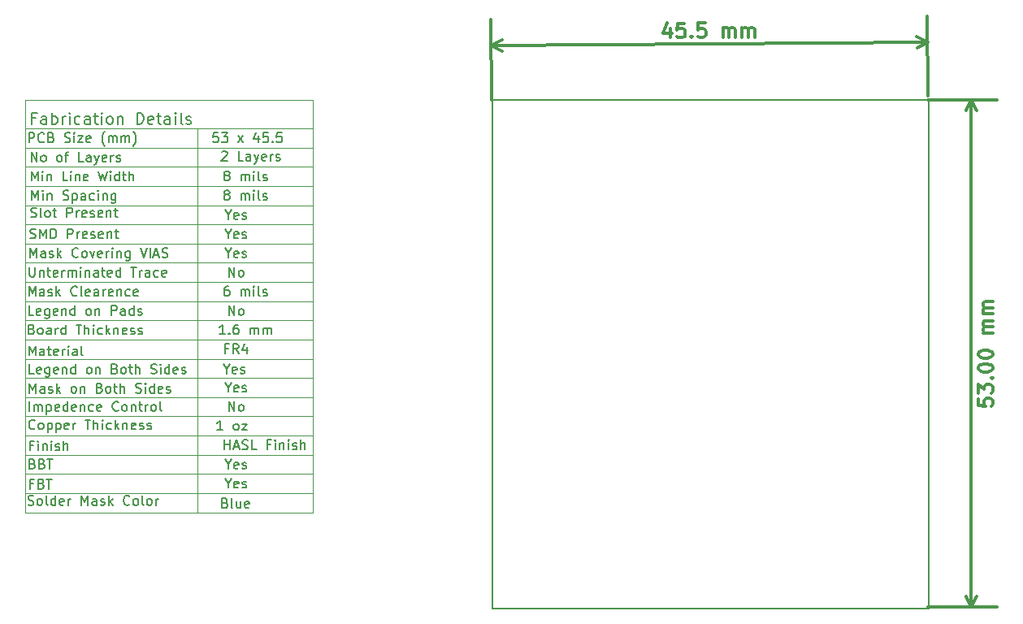
<source format=gbr>
G04 #@! TF.FileFunction,Drawing*
%FSLAX46Y46*%
G04 Gerber Fmt 4.6, Leading zero omitted, Abs format (unit mm)*
G04 Created by KiCad (PCBNEW 4.0.4-stable) date 12/28/16 20:43:16*
%MOMM*%
%LPD*%
G01*
G04 APERTURE LIST*
%ADD10C,0.100000*%
%ADD11C,0.300000*%
%ADD12C,0.150000*%
%ADD13C,0.200000*%
G04 APERTURE END LIST*
D10*
D11*
X144814778Y-62161345D02*
X144823569Y-63161306D01*
X144452625Y-61593078D02*
X144104915Y-62667605D01*
X145033451Y-62659442D01*
X146310324Y-61648178D02*
X145596066Y-61654457D01*
X145530919Y-62369343D01*
X145601717Y-62297290D01*
X145743941Y-62224608D01*
X146101070Y-62221469D01*
X146244549Y-62291639D01*
X146316603Y-62362436D01*
X146389285Y-62504660D01*
X146392424Y-62861789D01*
X146322255Y-63005268D01*
X146251456Y-63077323D01*
X146109233Y-63150004D01*
X145752104Y-63153143D01*
X145608624Y-63082974D01*
X145536570Y-63012176D01*
X147036512Y-62998989D02*
X147108565Y-63069788D01*
X147037768Y-63141841D01*
X146965714Y-63071043D01*
X147036512Y-62998989D01*
X147037768Y-63141841D01*
X148453098Y-61629340D02*
X147738840Y-61635619D01*
X147673693Y-62350506D01*
X147744491Y-62278453D01*
X147886715Y-62205771D01*
X148243844Y-62202631D01*
X148387324Y-62272801D01*
X148459378Y-62343599D01*
X148532059Y-62485822D01*
X148535198Y-62842951D01*
X148465029Y-62986431D01*
X148394231Y-63058485D01*
X148252007Y-63131166D01*
X147894878Y-63134306D01*
X147751398Y-63064136D01*
X147679344Y-62993338D01*
X150323355Y-63112956D02*
X150314564Y-62112995D01*
X150315820Y-62255848D02*
X150386617Y-62183793D01*
X150528842Y-62111111D01*
X150743119Y-62109228D01*
X150886598Y-62179398D01*
X150959280Y-62321621D01*
X150966187Y-63107305D01*
X150959280Y-62321621D02*
X151029450Y-62178142D01*
X151171674Y-62105460D01*
X151385951Y-62103576D01*
X151529431Y-62173747D01*
X151602112Y-62315970D01*
X151609019Y-63101654D01*
X152323278Y-63095375D02*
X152314487Y-62095413D01*
X152315743Y-62238266D02*
X152386540Y-62166212D01*
X152528765Y-62093530D01*
X152743041Y-62091646D01*
X152886521Y-62161816D01*
X152959203Y-62304040D01*
X152966110Y-63089723D01*
X152959203Y-62304040D02*
X153029373Y-62160560D01*
X153171597Y-62087878D01*
X153385873Y-62085995D01*
X153529354Y-62156165D01*
X153602035Y-62298388D01*
X153608942Y-63084072D01*
X126150742Y-63996918D02*
X171650742Y-63596918D01*
X126200000Y-69600000D02*
X126127007Y-61297022D01*
X171700000Y-69200000D02*
X171627007Y-60897022D01*
X171650742Y-63596918D02*
X170529437Y-64193219D01*
X171650742Y-63596918D02*
X170519127Y-63020423D01*
X126150742Y-63996918D02*
X127282357Y-64573413D01*
X126150742Y-63996918D02*
X127272047Y-63400617D01*
X176928571Y-100774785D02*
X176928571Y-101489071D01*
X177642857Y-101560500D01*
X177571429Y-101489071D01*
X177500000Y-101346214D01*
X177500000Y-100989071D01*
X177571429Y-100846214D01*
X177642857Y-100774785D01*
X177785714Y-100703357D01*
X178142857Y-100703357D01*
X178285714Y-100774785D01*
X178357143Y-100846214D01*
X178428571Y-100989071D01*
X178428571Y-101346214D01*
X178357143Y-101489071D01*
X178285714Y-101560500D01*
X176928571Y-100203357D02*
X176928571Y-99274786D01*
X177500000Y-99774786D01*
X177500000Y-99560500D01*
X177571429Y-99417643D01*
X177642857Y-99346214D01*
X177785714Y-99274786D01*
X178142857Y-99274786D01*
X178285714Y-99346214D01*
X178357143Y-99417643D01*
X178428571Y-99560500D01*
X178428571Y-99989072D01*
X178357143Y-100131929D01*
X178285714Y-100203357D01*
X178285714Y-98631929D02*
X178357143Y-98560501D01*
X178428571Y-98631929D01*
X178357143Y-98703358D01*
X178285714Y-98631929D01*
X178428571Y-98631929D01*
X176928571Y-97631929D02*
X176928571Y-97489072D01*
X177000000Y-97346215D01*
X177071429Y-97274786D01*
X177214286Y-97203357D01*
X177500000Y-97131929D01*
X177857143Y-97131929D01*
X178142857Y-97203357D01*
X178285714Y-97274786D01*
X178357143Y-97346215D01*
X178428571Y-97489072D01*
X178428571Y-97631929D01*
X178357143Y-97774786D01*
X178285714Y-97846215D01*
X178142857Y-97917643D01*
X177857143Y-97989072D01*
X177500000Y-97989072D01*
X177214286Y-97917643D01*
X177071429Y-97846215D01*
X177000000Y-97774786D01*
X176928571Y-97631929D01*
X176928571Y-96203358D02*
X176928571Y-96060501D01*
X177000000Y-95917644D01*
X177071429Y-95846215D01*
X177214286Y-95774786D01*
X177500000Y-95703358D01*
X177857143Y-95703358D01*
X178142857Y-95774786D01*
X178285714Y-95846215D01*
X178357143Y-95917644D01*
X178428571Y-96060501D01*
X178428571Y-96203358D01*
X178357143Y-96346215D01*
X178285714Y-96417644D01*
X178142857Y-96489072D01*
X177857143Y-96560501D01*
X177500000Y-96560501D01*
X177214286Y-96489072D01*
X177071429Y-96417644D01*
X177000000Y-96346215D01*
X176928571Y-96203358D01*
X178428571Y-93917644D02*
X177428571Y-93917644D01*
X177571429Y-93917644D02*
X177500000Y-93846216D01*
X177428571Y-93703358D01*
X177428571Y-93489073D01*
X177500000Y-93346216D01*
X177642857Y-93274787D01*
X178428571Y-93274787D01*
X177642857Y-93274787D02*
X177500000Y-93203358D01*
X177428571Y-93060501D01*
X177428571Y-92846216D01*
X177500000Y-92703358D01*
X177642857Y-92631930D01*
X178428571Y-92631930D01*
X178428571Y-91917644D02*
X177428571Y-91917644D01*
X177571429Y-91917644D02*
X177500000Y-91846216D01*
X177428571Y-91703358D01*
X177428571Y-91489073D01*
X177500000Y-91346216D01*
X177642857Y-91274787D01*
X178428571Y-91274787D01*
X177642857Y-91274787D02*
X177500000Y-91203358D01*
X177428571Y-91060501D01*
X177428571Y-90846216D01*
X177500000Y-90703358D01*
X177642857Y-90631930D01*
X178428571Y-90631930D01*
X176200000Y-122510501D02*
X176200000Y-69610501D01*
X171700000Y-122510501D02*
X178900000Y-122510501D01*
X171700000Y-69610501D02*
X178900000Y-69610501D01*
X176200000Y-69610501D02*
X176786421Y-70737005D01*
X176200000Y-69610501D02*
X175613579Y-70737005D01*
X176200000Y-122510501D02*
X176786421Y-121383997D01*
X176200000Y-122510501D02*
X175613579Y-121383997D01*
D12*
X97708572Y-73052381D02*
X97232381Y-73052381D01*
X97184762Y-73528571D01*
X97232381Y-73480952D01*
X97327619Y-73433333D01*
X97565715Y-73433333D01*
X97660953Y-73480952D01*
X97708572Y-73528571D01*
X97756191Y-73623810D01*
X97756191Y-73861905D01*
X97708572Y-73957143D01*
X97660953Y-74004762D01*
X97565715Y-74052381D01*
X97327619Y-74052381D01*
X97232381Y-74004762D01*
X97184762Y-73957143D01*
X98089524Y-73052381D02*
X98708572Y-73052381D01*
X98375238Y-73433333D01*
X98518096Y-73433333D01*
X98613334Y-73480952D01*
X98660953Y-73528571D01*
X98708572Y-73623810D01*
X98708572Y-73861905D01*
X98660953Y-73957143D01*
X98613334Y-74004762D01*
X98518096Y-74052381D01*
X98232381Y-74052381D01*
X98137143Y-74004762D01*
X98089524Y-73957143D01*
X99803810Y-74052381D02*
X100327620Y-73385714D01*
X99803810Y-73385714D02*
X100327620Y-74052381D01*
X101899049Y-73385714D02*
X101899049Y-74052381D01*
X101660953Y-73004762D02*
X101422858Y-73719048D01*
X102041906Y-73719048D01*
X102899049Y-73052381D02*
X102422858Y-73052381D01*
X102375239Y-73528571D01*
X102422858Y-73480952D01*
X102518096Y-73433333D01*
X102756192Y-73433333D01*
X102851430Y-73480952D01*
X102899049Y-73528571D01*
X102946668Y-73623810D01*
X102946668Y-73861905D01*
X102899049Y-73957143D01*
X102851430Y-74004762D01*
X102756192Y-74052381D01*
X102518096Y-74052381D01*
X102422858Y-74004762D01*
X102375239Y-73957143D01*
X103375239Y-73957143D02*
X103422858Y-74004762D01*
X103375239Y-74052381D01*
X103327620Y-74004762D01*
X103375239Y-73957143D01*
X103375239Y-74052381D01*
X104327620Y-73052381D02*
X103851429Y-73052381D01*
X103803810Y-73528571D01*
X103851429Y-73480952D01*
X103946667Y-73433333D01*
X104184763Y-73433333D01*
X104280001Y-73480952D01*
X104327620Y-73528571D01*
X104375239Y-73623810D01*
X104375239Y-73861905D01*
X104327620Y-73957143D01*
X104280001Y-74004762D01*
X104184763Y-74052381D01*
X103946667Y-74052381D01*
X103851429Y-74004762D01*
X103803810Y-73957143D01*
D13*
X126250000Y-122600000D02*
X171750000Y-122600000D01*
X126250000Y-69600000D02*
X171750000Y-69600000D01*
X171750000Y-69600000D02*
X171750000Y-122600000D01*
X126250000Y-69600000D02*
X126250000Y-122600000D01*
D10*
X77570000Y-69610000D02*
X77570000Y-112610000D01*
X77570000Y-110610000D02*
X107570000Y-110610000D01*
X107570000Y-69610000D02*
X107570000Y-112610000D01*
X77570000Y-72610000D02*
X107570000Y-72610000D01*
X77570000Y-69610000D02*
X107570000Y-69610000D01*
X77570000Y-74610000D02*
X107570000Y-74610000D01*
X77570000Y-76610000D02*
X107570000Y-76610000D01*
X77570000Y-78610000D02*
X107570000Y-78610000D01*
X77570000Y-82610000D02*
X107570000Y-82610000D01*
X77570000Y-80610000D02*
X107570000Y-80610000D01*
X77570000Y-84610000D02*
X107570000Y-84610000D01*
X77570000Y-86610000D02*
X107570000Y-86610000D01*
X77570000Y-88610000D02*
X107570000Y-88610000D01*
X77570000Y-90610000D02*
X107570000Y-90610000D01*
X77570000Y-92610000D02*
X107570000Y-92610000D01*
X77570000Y-94610000D02*
X107570000Y-94610000D01*
X77570000Y-96610000D02*
X107570000Y-96610000D01*
X77570000Y-98610000D02*
X107570000Y-98610000D01*
X77570000Y-100610000D02*
X107570000Y-100610000D01*
X77570000Y-102610000D02*
X107570000Y-102610000D01*
X77570000Y-104610000D02*
X107570000Y-104610000D01*
X77570000Y-106610000D02*
X107570000Y-106610000D01*
X77570000Y-108610000D02*
X107570000Y-108610000D01*
X95570000Y-112610000D02*
X95570000Y-72610000D01*
X77570000Y-112610000D02*
X107570000Y-112610000D01*
D12*
X77998571Y-74062381D02*
X77998571Y-73062381D01*
X78379524Y-73062381D01*
X78474762Y-73110000D01*
X78522381Y-73157619D01*
X78570000Y-73252857D01*
X78570000Y-73395714D01*
X78522381Y-73490952D01*
X78474762Y-73538571D01*
X78379524Y-73586190D01*
X77998571Y-73586190D01*
X79570000Y-73967143D02*
X79522381Y-74014762D01*
X79379524Y-74062381D01*
X79284286Y-74062381D01*
X79141428Y-74014762D01*
X79046190Y-73919524D01*
X78998571Y-73824286D01*
X78950952Y-73633810D01*
X78950952Y-73490952D01*
X78998571Y-73300476D01*
X79046190Y-73205238D01*
X79141428Y-73110000D01*
X79284286Y-73062381D01*
X79379524Y-73062381D01*
X79522381Y-73110000D01*
X79570000Y-73157619D01*
X80331905Y-73538571D02*
X80474762Y-73586190D01*
X80522381Y-73633810D01*
X80570000Y-73729048D01*
X80570000Y-73871905D01*
X80522381Y-73967143D01*
X80474762Y-74014762D01*
X80379524Y-74062381D01*
X79998571Y-74062381D01*
X79998571Y-73062381D01*
X80331905Y-73062381D01*
X80427143Y-73110000D01*
X80474762Y-73157619D01*
X80522381Y-73252857D01*
X80522381Y-73348095D01*
X80474762Y-73443333D01*
X80427143Y-73490952D01*
X80331905Y-73538571D01*
X79998571Y-73538571D01*
X81712857Y-74014762D02*
X81855714Y-74062381D01*
X82093810Y-74062381D01*
X82189048Y-74014762D01*
X82236667Y-73967143D01*
X82284286Y-73871905D01*
X82284286Y-73776667D01*
X82236667Y-73681429D01*
X82189048Y-73633810D01*
X82093810Y-73586190D01*
X81903333Y-73538571D01*
X81808095Y-73490952D01*
X81760476Y-73443333D01*
X81712857Y-73348095D01*
X81712857Y-73252857D01*
X81760476Y-73157619D01*
X81808095Y-73110000D01*
X81903333Y-73062381D01*
X82141429Y-73062381D01*
X82284286Y-73110000D01*
X82712857Y-74062381D02*
X82712857Y-73395714D01*
X82712857Y-73062381D02*
X82665238Y-73110000D01*
X82712857Y-73157619D01*
X82760476Y-73110000D01*
X82712857Y-73062381D01*
X82712857Y-73157619D01*
X83093809Y-73395714D02*
X83617619Y-73395714D01*
X83093809Y-74062381D01*
X83617619Y-74062381D01*
X84379524Y-74014762D02*
X84284286Y-74062381D01*
X84093809Y-74062381D01*
X83998571Y-74014762D01*
X83950952Y-73919524D01*
X83950952Y-73538571D01*
X83998571Y-73443333D01*
X84093809Y-73395714D01*
X84284286Y-73395714D01*
X84379524Y-73443333D01*
X84427143Y-73538571D01*
X84427143Y-73633810D01*
X83950952Y-73729048D01*
X85903334Y-74443333D02*
X85855714Y-74395714D01*
X85760476Y-74252857D01*
X85712857Y-74157619D01*
X85665238Y-74014762D01*
X85617619Y-73776667D01*
X85617619Y-73586190D01*
X85665238Y-73348095D01*
X85712857Y-73205238D01*
X85760476Y-73110000D01*
X85855714Y-72967143D01*
X85903334Y-72919524D01*
X86284286Y-74062381D02*
X86284286Y-73395714D01*
X86284286Y-73490952D02*
X86331905Y-73443333D01*
X86427143Y-73395714D01*
X86570001Y-73395714D01*
X86665239Y-73443333D01*
X86712858Y-73538571D01*
X86712858Y-74062381D01*
X86712858Y-73538571D02*
X86760477Y-73443333D01*
X86855715Y-73395714D01*
X86998572Y-73395714D01*
X87093810Y-73443333D01*
X87141429Y-73538571D01*
X87141429Y-74062381D01*
X87617619Y-74062381D02*
X87617619Y-73395714D01*
X87617619Y-73490952D02*
X87665238Y-73443333D01*
X87760476Y-73395714D01*
X87903334Y-73395714D01*
X87998572Y-73443333D01*
X88046191Y-73538571D01*
X88046191Y-74062381D01*
X88046191Y-73538571D02*
X88093810Y-73443333D01*
X88189048Y-73395714D01*
X88331905Y-73395714D01*
X88427143Y-73443333D01*
X88474762Y-73538571D01*
X88474762Y-74062381D01*
X88855714Y-74443333D02*
X88903333Y-74395714D01*
X88998571Y-74252857D01*
X89046190Y-74157619D01*
X89093809Y-74014762D01*
X89141428Y-73776667D01*
X89141428Y-73586190D01*
X89093809Y-73348095D01*
X89046190Y-73205238D01*
X88998571Y-73110000D01*
X88903333Y-72967143D01*
X88855714Y-72919524D01*
X78684287Y-71524286D02*
X78284287Y-71524286D01*
X78284287Y-72152857D02*
X78284287Y-70952857D01*
X78855716Y-70952857D01*
X79827144Y-72152857D02*
X79827144Y-71524286D01*
X79770001Y-71410000D01*
X79655715Y-71352857D01*
X79427144Y-71352857D01*
X79312858Y-71410000D01*
X79827144Y-72095714D02*
X79712858Y-72152857D01*
X79427144Y-72152857D01*
X79312858Y-72095714D01*
X79255715Y-71981429D01*
X79255715Y-71867143D01*
X79312858Y-71752857D01*
X79427144Y-71695714D01*
X79712858Y-71695714D01*
X79827144Y-71638571D01*
X80398572Y-72152857D02*
X80398572Y-70952857D01*
X80398572Y-71410000D02*
X80512858Y-71352857D01*
X80741429Y-71352857D01*
X80855715Y-71410000D01*
X80912858Y-71467143D01*
X80970001Y-71581429D01*
X80970001Y-71924286D01*
X80912858Y-72038571D01*
X80855715Y-72095714D01*
X80741429Y-72152857D01*
X80512858Y-72152857D01*
X80398572Y-72095714D01*
X81484286Y-72152857D02*
X81484286Y-71352857D01*
X81484286Y-71581429D02*
X81541429Y-71467143D01*
X81598572Y-71410000D01*
X81712858Y-71352857D01*
X81827143Y-71352857D01*
X82227143Y-72152857D02*
X82227143Y-71352857D01*
X82227143Y-70952857D02*
X82170000Y-71010000D01*
X82227143Y-71067143D01*
X82284286Y-71010000D01*
X82227143Y-70952857D01*
X82227143Y-71067143D01*
X83312858Y-72095714D02*
X83198572Y-72152857D01*
X82970001Y-72152857D01*
X82855715Y-72095714D01*
X82798572Y-72038571D01*
X82741429Y-71924286D01*
X82741429Y-71581429D01*
X82798572Y-71467143D01*
X82855715Y-71410000D01*
X82970001Y-71352857D01*
X83198572Y-71352857D01*
X83312858Y-71410000D01*
X84341429Y-72152857D02*
X84341429Y-71524286D01*
X84284286Y-71410000D01*
X84170000Y-71352857D01*
X83941429Y-71352857D01*
X83827143Y-71410000D01*
X84341429Y-72095714D02*
X84227143Y-72152857D01*
X83941429Y-72152857D01*
X83827143Y-72095714D01*
X83770000Y-71981429D01*
X83770000Y-71867143D01*
X83827143Y-71752857D01*
X83941429Y-71695714D01*
X84227143Y-71695714D01*
X84341429Y-71638571D01*
X84741429Y-71352857D02*
X85198572Y-71352857D01*
X84912857Y-70952857D02*
X84912857Y-71981429D01*
X84970000Y-72095714D01*
X85084286Y-72152857D01*
X85198572Y-72152857D01*
X85598571Y-72152857D02*
X85598571Y-71352857D01*
X85598571Y-70952857D02*
X85541428Y-71010000D01*
X85598571Y-71067143D01*
X85655714Y-71010000D01*
X85598571Y-70952857D01*
X85598571Y-71067143D01*
X86341429Y-72152857D02*
X86227143Y-72095714D01*
X86170000Y-72038571D01*
X86112857Y-71924286D01*
X86112857Y-71581429D01*
X86170000Y-71467143D01*
X86227143Y-71410000D01*
X86341429Y-71352857D01*
X86512857Y-71352857D01*
X86627143Y-71410000D01*
X86684286Y-71467143D01*
X86741429Y-71581429D01*
X86741429Y-71924286D01*
X86684286Y-72038571D01*
X86627143Y-72095714D01*
X86512857Y-72152857D01*
X86341429Y-72152857D01*
X87255714Y-71352857D02*
X87255714Y-72152857D01*
X87255714Y-71467143D02*
X87312857Y-71410000D01*
X87427143Y-71352857D01*
X87598571Y-71352857D01*
X87712857Y-71410000D01*
X87770000Y-71524286D01*
X87770000Y-72152857D01*
X89255714Y-72152857D02*
X89255714Y-70952857D01*
X89541429Y-70952857D01*
X89712857Y-71010000D01*
X89827143Y-71124286D01*
X89884286Y-71238571D01*
X89941429Y-71467143D01*
X89941429Y-71638571D01*
X89884286Y-71867143D01*
X89827143Y-71981429D01*
X89712857Y-72095714D01*
X89541429Y-72152857D01*
X89255714Y-72152857D01*
X90912857Y-72095714D02*
X90798571Y-72152857D01*
X90570000Y-72152857D01*
X90455714Y-72095714D01*
X90398571Y-71981429D01*
X90398571Y-71524286D01*
X90455714Y-71410000D01*
X90570000Y-71352857D01*
X90798571Y-71352857D01*
X90912857Y-71410000D01*
X90970000Y-71524286D01*
X90970000Y-71638571D01*
X90398571Y-71752857D01*
X91312857Y-71352857D02*
X91770000Y-71352857D01*
X91484285Y-70952857D02*
X91484285Y-71981429D01*
X91541428Y-72095714D01*
X91655714Y-72152857D01*
X91770000Y-72152857D01*
X92684285Y-72152857D02*
X92684285Y-71524286D01*
X92627142Y-71410000D01*
X92512856Y-71352857D01*
X92284285Y-71352857D01*
X92169999Y-71410000D01*
X92684285Y-72095714D02*
X92569999Y-72152857D01*
X92284285Y-72152857D01*
X92169999Y-72095714D01*
X92112856Y-71981429D01*
X92112856Y-71867143D01*
X92169999Y-71752857D01*
X92284285Y-71695714D01*
X92569999Y-71695714D01*
X92684285Y-71638571D01*
X93255713Y-72152857D02*
X93255713Y-71352857D01*
X93255713Y-70952857D02*
X93198570Y-71010000D01*
X93255713Y-71067143D01*
X93312856Y-71010000D01*
X93255713Y-70952857D01*
X93255713Y-71067143D01*
X93998571Y-72152857D02*
X93884285Y-72095714D01*
X93827142Y-71981429D01*
X93827142Y-70952857D01*
X94398570Y-72095714D02*
X94512856Y-72152857D01*
X94741428Y-72152857D01*
X94855713Y-72095714D01*
X94912856Y-71981429D01*
X94912856Y-71924286D01*
X94855713Y-71810000D01*
X94741428Y-71752857D01*
X94569999Y-71752857D01*
X94455713Y-71695714D01*
X94398570Y-71581429D01*
X94398570Y-71524286D01*
X94455713Y-71410000D01*
X94569999Y-71352857D01*
X94741428Y-71352857D01*
X94855713Y-71410000D01*
X78250951Y-76062381D02*
X78250951Y-75062381D01*
X78822380Y-76062381D01*
X78822380Y-75062381D01*
X79441427Y-76062381D02*
X79346189Y-76014762D01*
X79298570Y-75967143D01*
X79250951Y-75871905D01*
X79250951Y-75586190D01*
X79298570Y-75490952D01*
X79346189Y-75443333D01*
X79441427Y-75395714D01*
X79584285Y-75395714D01*
X79679523Y-75443333D01*
X79727142Y-75490952D01*
X79774761Y-75586190D01*
X79774761Y-75871905D01*
X79727142Y-75967143D01*
X79679523Y-76014762D01*
X79584285Y-76062381D01*
X79441427Y-76062381D01*
X81108094Y-76062381D02*
X81012856Y-76014762D01*
X80965237Y-75967143D01*
X80917618Y-75871905D01*
X80917618Y-75586190D01*
X80965237Y-75490952D01*
X81012856Y-75443333D01*
X81108094Y-75395714D01*
X81250952Y-75395714D01*
X81346190Y-75443333D01*
X81393809Y-75490952D01*
X81441428Y-75586190D01*
X81441428Y-75871905D01*
X81393809Y-75967143D01*
X81346190Y-76014762D01*
X81250952Y-76062381D01*
X81108094Y-76062381D01*
X81727142Y-75395714D02*
X82108094Y-75395714D01*
X81869999Y-76062381D02*
X81869999Y-75205238D01*
X81917618Y-75110000D01*
X82012856Y-75062381D01*
X82108094Y-75062381D01*
X83679524Y-76062381D02*
X83203333Y-76062381D01*
X83203333Y-75062381D01*
X84441429Y-76062381D02*
X84441429Y-75538571D01*
X84393810Y-75443333D01*
X84298572Y-75395714D01*
X84108095Y-75395714D01*
X84012857Y-75443333D01*
X84441429Y-76014762D02*
X84346191Y-76062381D01*
X84108095Y-76062381D01*
X84012857Y-76014762D01*
X83965238Y-75919524D01*
X83965238Y-75824286D01*
X84012857Y-75729048D01*
X84108095Y-75681429D01*
X84346191Y-75681429D01*
X84441429Y-75633810D01*
X84822381Y-75395714D02*
X85060476Y-76062381D01*
X85298572Y-75395714D02*
X85060476Y-76062381D01*
X84965238Y-76300476D01*
X84917619Y-76348095D01*
X84822381Y-76395714D01*
X86060477Y-76014762D02*
X85965239Y-76062381D01*
X85774762Y-76062381D01*
X85679524Y-76014762D01*
X85631905Y-75919524D01*
X85631905Y-75538571D01*
X85679524Y-75443333D01*
X85774762Y-75395714D01*
X85965239Y-75395714D01*
X86060477Y-75443333D01*
X86108096Y-75538571D01*
X86108096Y-75633810D01*
X85631905Y-75729048D01*
X86536667Y-76062381D02*
X86536667Y-75395714D01*
X86536667Y-75586190D02*
X86584286Y-75490952D01*
X86631905Y-75443333D01*
X86727143Y-75395714D01*
X86822382Y-75395714D01*
X87108096Y-76014762D02*
X87203334Y-76062381D01*
X87393810Y-76062381D01*
X87489049Y-76014762D01*
X87536668Y-75919524D01*
X87536668Y-75871905D01*
X87489049Y-75776667D01*
X87393810Y-75729048D01*
X87250953Y-75729048D01*
X87155715Y-75681429D01*
X87108096Y-75586190D01*
X87108096Y-75538571D01*
X87155715Y-75443333D01*
X87250953Y-75395714D01*
X87393810Y-75395714D01*
X87489049Y-75443333D01*
X78260476Y-78062381D02*
X78260476Y-77062381D01*
X78593810Y-77776667D01*
X78927143Y-77062381D01*
X78927143Y-78062381D01*
X79403333Y-78062381D02*
X79403333Y-77395714D01*
X79403333Y-77062381D02*
X79355714Y-77110000D01*
X79403333Y-77157619D01*
X79450952Y-77110000D01*
X79403333Y-77062381D01*
X79403333Y-77157619D01*
X79879523Y-77395714D02*
X79879523Y-78062381D01*
X79879523Y-77490952D02*
X79927142Y-77443333D01*
X80022380Y-77395714D01*
X80165238Y-77395714D01*
X80260476Y-77443333D01*
X80308095Y-77538571D01*
X80308095Y-78062381D01*
X82022381Y-78062381D02*
X81546190Y-78062381D01*
X81546190Y-77062381D01*
X82355714Y-78062381D02*
X82355714Y-77395714D01*
X82355714Y-77062381D02*
X82308095Y-77110000D01*
X82355714Y-77157619D01*
X82403333Y-77110000D01*
X82355714Y-77062381D01*
X82355714Y-77157619D01*
X82831904Y-77395714D02*
X82831904Y-78062381D01*
X82831904Y-77490952D02*
X82879523Y-77443333D01*
X82974761Y-77395714D01*
X83117619Y-77395714D01*
X83212857Y-77443333D01*
X83260476Y-77538571D01*
X83260476Y-78062381D01*
X84117619Y-78014762D02*
X84022381Y-78062381D01*
X83831904Y-78062381D01*
X83736666Y-78014762D01*
X83689047Y-77919524D01*
X83689047Y-77538571D01*
X83736666Y-77443333D01*
X83831904Y-77395714D01*
X84022381Y-77395714D01*
X84117619Y-77443333D01*
X84165238Y-77538571D01*
X84165238Y-77633810D01*
X83689047Y-77729048D01*
X85260476Y-77062381D02*
X85498571Y-78062381D01*
X85689048Y-77348095D01*
X85879524Y-78062381D01*
X86117619Y-77062381D01*
X86498571Y-78062381D02*
X86498571Y-77395714D01*
X86498571Y-77062381D02*
X86450952Y-77110000D01*
X86498571Y-77157619D01*
X86546190Y-77110000D01*
X86498571Y-77062381D01*
X86498571Y-77157619D01*
X87403333Y-78062381D02*
X87403333Y-77062381D01*
X87403333Y-78014762D02*
X87308095Y-78062381D01*
X87117618Y-78062381D01*
X87022380Y-78014762D01*
X86974761Y-77967143D01*
X86927142Y-77871905D01*
X86927142Y-77586190D01*
X86974761Y-77490952D01*
X87022380Y-77443333D01*
X87117618Y-77395714D01*
X87308095Y-77395714D01*
X87403333Y-77443333D01*
X87736666Y-77395714D02*
X88117618Y-77395714D01*
X87879523Y-77062381D02*
X87879523Y-77919524D01*
X87927142Y-78014762D01*
X88022380Y-78062381D01*
X88117618Y-78062381D01*
X88450952Y-78062381D02*
X88450952Y-77062381D01*
X88879524Y-78062381D02*
X88879524Y-77538571D01*
X88831905Y-77443333D01*
X88736667Y-77395714D01*
X88593809Y-77395714D01*
X88498571Y-77443333D01*
X88450952Y-77490952D01*
X78312857Y-80062381D02*
X78312857Y-79062381D01*
X78646191Y-79776667D01*
X78979524Y-79062381D01*
X78979524Y-80062381D01*
X79455714Y-80062381D02*
X79455714Y-79395714D01*
X79455714Y-79062381D02*
X79408095Y-79110000D01*
X79455714Y-79157619D01*
X79503333Y-79110000D01*
X79455714Y-79062381D01*
X79455714Y-79157619D01*
X79931904Y-79395714D02*
X79931904Y-80062381D01*
X79931904Y-79490952D02*
X79979523Y-79443333D01*
X80074761Y-79395714D01*
X80217619Y-79395714D01*
X80312857Y-79443333D01*
X80360476Y-79538571D01*
X80360476Y-80062381D01*
X81550952Y-80014762D02*
X81693809Y-80062381D01*
X81931905Y-80062381D01*
X82027143Y-80014762D01*
X82074762Y-79967143D01*
X82122381Y-79871905D01*
X82122381Y-79776667D01*
X82074762Y-79681429D01*
X82027143Y-79633810D01*
X81931905Y-79586190D01*
X81741428Y-79538571D01*
X81646190Y-79490952D01*
X81598571Y-79443333D01*
X81550952Y-79348095D01*
X81550952Y-79252857D01*
X81598571Y-79157619D01*
X81646190Y-79110000D01*
X81741428Y-79062381D01*
X81979524Y-79062381D01*
X82122381Y-79110000D01*
X82550952Y-79395714D02*
X82550952Y-80395714D01*
X82550952Y-79443333D02*
X82646190Y-79395714D01*
X82836667Y-79395714D01*
X82931905Y-79443333D01*
X82979524Y-79490952D01*
X83027143Y-79586190D01*
X83027143Y-79871905D01*
X82979524Y-79967143D01*
X82931905Y-80014762D01*
X82836667Y-80062381D01*
X82646190Y-80062381D01*
X82550952Y-80014762D01*
X83884286Y-80062381D02*
X83884286Y-79538571D01*
X83836667Y-79443333D01*
X83741429Y-79395714D01*
X83550952Y-79395714D01*
X83455714Y-79443333D01*
X83884286Y-80014762D02*
X83789048Y-80062381D01*
X83550952Y-80062381D01*
X83455714Y-80014762D01*
X83408095Y-79919524D01*
X83408095Y-79824286D01*
X83455714Y-79729048D01*
X83550952Y-79681429D01*
X83789048Y-79681429D01*
X83884286Y-79633810D01*
X84789048Y-80014762D02*
X84693810Y-80062381D01*
X84503333Y-80062381D01*
X84408095Y-80014762D01*
X84360476Y-79967143D01*
X84312857Y-79871905D01*
X84312857Y-79586190D01*
X84360476Y-79490952D01*
X84408095Y-79443333D01*
X84503333Y-79395714D01*
X84693810Y-79395714D01*
X84789048Y-79443333D01*
X85217619Y-80062381D02*
X85217619Y-79395714D01*
X85217619Y-79062381D02*
X85170000Y-79110000D01*
X85217619Y-79157619D01*
X85265238Y-79110000D01*
X85217619Y-79062381D01*
X85217619Y-79157619D01*
X85693809Y-79395714D02*
X85693809Y-80062381D01*
X85693809Y-79490952D02*
X85741428Y-79443333D01*
X85836666Y-79395714D01*
X85979524Y-79395714D01*
X86074762Y-79443333D01*
X86122381Y-79538571D01*
X86122381Y-80062381D01*
X87027143Y-79395714D02*
X87027143Y-80205238D01*
X86979524Y-80300476D01*
X86931905Y-80348095D01*
X86836666Y-80395714D01*
X86693809Y-80395714D01*
X86598571Y-80348095D01*
X87027143Y-80014762D02*
X86931905Y-80062381D01*
X86741428Y-80062381D01*
X86646190Y-80014762D01*
X86598571Y-79967143D01*
X86550952Y-79871905D01*
X86550952Y-79586190D01*
X86598571Y-79490952D01*
X86646190Y-79443333D01*
X86741428Y-79395714D01*
X86931905Y-79395714D01*
X87027143Y-79443333D01*
X78193808Y-81814762D02*
X78336665Y-81862381D01*
X78574761Y-81862381D01*
X78669999Y-81814762D01*
X78717618Y-81767143D01*
X78765237Y-81671905D01*
X78765237Y-81576667D01*
X78717618Y-81481429D01*
X78669999Y-81433810D01*
X78574761Y-81386190D01*
X78384284Y-81338571D01*
X78289046Y-81290952D01*
X78241427Y-81243333D01*
X78193808Y-81148095D01*
X78193808Y-81052857D01*
X78241427Y-80957619D01*
X78289046Y-80910000D01*
X78384284Y-80862381D01*
X78622380Y-80862381D01*
X78765237Y-80910000D01*
X79336665Y-81862381D02*
X79241427Y-81814762D01*
X79193808Y-81719524D01*
X79193808Y-80862381D01*
X79860475Y-81862381D02*
X79765237Y-81814762D01*
X79717618Y-81767143D01*
X79669999Y-81671905D01*
X79669999Y-81386190D01*
X79717618Y-81290952D01*
X79765237Y-81243333D01*
X79860475Y-81195714D01*
X80003333Y-81195714D01*
X80098571Y-81243333D01*
X80146190Y-81290952D01*
X80193809Y-81386190D01*
X80193809Y-81671905D01*
X80146190Y-81767143D01*
X80098571Y-81814762D01*
X80003333Y-81862381D01*
X79860475Y-81862381D01*
X80479523Y-81195714D02*
X80860475Y-81195714D01*
X80622380Y-80862381D02*
X80622380Y-81719524D01*
X80669999Y-81814762D01*
X80765237Y-81862381D01*
X80860475Y-81862381D01*
X81955714Y-81862381D02*
X81955714Y-80862381D01*
X82336667Y-80862381D01*
X82431905Y-80910000D01*
X82479524Y-80957619D01*
X82527143Y-81052857D01*
X82527143Y-81195714D01*
X82479524Y-81290952D01*
X82431905Y-81338571D01*
X82336667Y-81386190D01*
X81955714Y-81386190D01*
X82955714Y-81862381D02*
X82955714Y-81195714D01*
X82955714Y-81386190D02*
X83003333Y-81290952D01*
X83050952Y-81243333D01*
X83146190Y-81195714D01*
X83241429Y-81195714D01*
X83955715Y-81814762D02*
X83860477Y-81862381D01*
X83670000Y-81862381D01*
X83574762Y-81814762D01*
X83527143Y-81719524D01*
X83527143Y-81338571D01*
X83574762Y-81243333D01*
X83670000Y-81195714D01*
X83860477Y-81195714D01*
X83955715Y-81243333D01*
X84003334Y-81338571D01*
X84003334Y-81433810D01*
X83527143Y-81529048D01*
X84384286Y-81814762D02*
X84479524Y-81862381D01*
X84670000Y-81862381D01*
X84765239Y-81814762D01*
X84812858Y-81719524D01*
X84812858Y-81671905D01*
X84765239Y-81576667D01*
X84670000Y-81529048D01*
X84527143Y-81529048D01*
X84431905Y-81481429D01*
X84384286Y-81386190D01*
X84384286Y-81338571D01*
X84431905Y-81243333D01*
X84527143Y-81195714D01*
X84670000Y-81195714D01*
X84765239Y-81243333D01*
X85622382Y-81814762D02*
X85527144Y-81862381D01*
X85336667Y-81862381D01*
X85241429Y-81814762D01*
X85193810Y-81719524D01*
X85193810Y-81338571D01*
X85241429Y-81243333D01*
X85336667Y-81195714D01*
X85527144Y-81195714D01*
X85622382Y-81243333D01*
X85670001Y-81338571D01*
X85670001Y-81433810D01*
X85193810Y-81529048D01*
X86098572Y-81195714D02*
X86098572Y-81862381D01*
X86098572Y-81290952D02*
X86146191Y-81243333D01*
X86241429Y-81195714D01*
X86384287Y-81195714D01*
X86479525Y-81243333D01*
X86527144Y-81338571D01*
X86527144Y-81862381D01*
X86860477Y-81195714D02*
X87241429Y-81195714D01*
X87003334Y-80862381D02*
X87003334Y-81719524D01*
X87050953Y-81814762D01*
X87146191Y-81862381D01*
X87241429Y-81862381D01*
X78122380Y-84014762D02*
X78265237Y-84062381D01*
X78503333Y-84062381D01*
X78598571Y-84014762D01*
X78646190Y-83967143D01*
X78693809Y-83871905D01*
X78693809Y-83776667D01*
X78646190Y-83681429D01*
X78598571Y-83633810D01*
X78503333Y-83586190D01*
X78312856Y-83538571D01*
X78217618Y-83490952D01*
X78169999Y-83443333D01*
X78122380Y-83348095D01*
X78122380Y-83252857D01*
X78169999Y-83157619D01*
X78217618Y-83110000D01*
X78312856Y-83062381D01*
X78550952Y-83062381D01*
X78693809Y-83110000D01*
X79122380Y-84062381D02*
X79122380Y-83062381D01*
X79455714Y-83776667D01*
X79789047Y-83062381D01*
X79789047Y-84062381D01*
X80265237Y-84062381D02*
X80265237Y-83062381D01*
X80503332Y-83062381D01*
X80646190Y-83110000D01*
X80741428Y-83205238D01*
X80789047Y-83300476D01*
X80836666Y-83490952D01*
X80836666Y-83633810D01*
X80789047Y-83824286D01*
X80741428Y-83919524D01*
X80646190Y-84014762D01*
X80503332Y-84062381D01*
X80265237Y-84062381D01*
X82027142Y-84062381D02*
X82027142Y-83062381D01*
X82408095Y-83062381D01*
X82503333Y-83110000D01*
X82550952Y-83157619D01*
X82598571Y-83252857D01*
X82598571Y-83395714D01*
X82550952Y-83490952D01*
X82503333Y-83538571D01*
X82408095Y-83586190D01*
X82027142Y-83586190D01*
X83027142Y-84062381D02*
X83027142Y-83395714D01*
X83027142Y-83586190D02*
X83074761Y-83490952D01*
X83122380Y-83443333D01*
X83217618Y-83395714D01*
X83312857Y-83395714D01*
X84027143Y-84014762D02*
X83931905Y-84062381D01*
X83741428Y-84062381D01*
X83646190Y-84014762D01*
X83598571Y-83919524D01*
X83598571Y-83538571D01*
X83646190Y-83443333D01*
X83741428Y-83395714D01*
X83931905Y-83395714D01*
X84027143Y-83443333D01*
X84074762Y-83538571D01*
X84074762Y-83633810D01*
X83598571Y-83729048D01*
X84455714Y-84014762D02*
X84550952Y-84062381D01*
X84741428Y-84062381D01*
X84836667Y-84014762D01*
X84884286Y-83919524D01*
X84884286Y-83871905D01*
X84836667Y-83776667D01*
X84741428Y-83729048D01*
X84598571Y-83729048D01*
X84503333Y-83681429D01*
X84455714Y-83586190D01*
X84455714Y-83538571D01*
X84503333Y-83443333D01*
X84598571Y-83395714D01*
X84741428Y-83395714D01*
X84836667Y-83443333D01*
X85693810Y-84014762D02*
X85598572Y-84062381D01*
X85408095Y-84062381D01*
X85312857Y-84014762D01*
X85265238Y-83919524D01*
X85265238Y-83538571D01*
X85312857Y-83443333D01*
X85408095Y-83395714D01*
X85598572Y-83395714D01*
X85693810Y-83443333D01*
X85741429Y-83538571D01*
X85741429Y-83633810D01*
X85265238Y-83729048D01*
X86170000Y-83395714D02*
X86170000Y-84062381D01*
X86170000Y-83490952D02*
X86217619Y-83443333D01*
X86312857Y-83395714D01*
X86455715Y-83395714D01*
X86550953Y-83443333D01*
X86598572Y-83538571D01*
X86598572Y-84062381D01*
X86931905Y-83395714D02*
X87312857Y-83395714D01*
X87074762Y-83062381D02*
X87074762Y-83919524D01*
X87122381Y-84014762D01*
X87217619Y-84062381D01*
X87312857Y-84062381D01*
X78127142Y-86062381D02*
X78127142Y-85062381D01*
X78460476Y-85776667D01*
X78793809Y-85062381D01*
X78793809Y-86062381D01*
X79698571Y-86062381D02*
X79698571Y-85538571D01*
X79650952Y-85443333D01*
X79555714Y-85395714D01*
X79365237Y-85395714D01*
X79269999Y-85443333D01*
X79698571Y-86014762D02*
X79603333Y-86062381D01*
X79365237Y-86062381D01*
X79269999Y-86014762D01*
X79222380Y-85919524D01*
X79222380Y-85824286D01*
X79269999Y-85729048D01*
X79365237Y-85681429D01*
X79603333Y-85681429D01*
X79698571Y-85633810D01*
X80127142Y-86014762D02*
X80222380Y-86062381D01*
X80412856Y-86062381D01*
X80508095Y-86014762D01*
X80555714Y-85919524D01*
X80555714Y-85871905D01*
X80508095Y-85776667D01*
X80412856Y-85729048D01*
X80269999Y-85729048D01*
X80174761Y-85681429D01*
X80127142Y-85586190D01*
X80127142Y-85538571D01*
X80174761Y-85443333D01*
X80269999Y-85395714D01*
X80412856Y-85395714D01*
X80508095Y-85443333D01*
X80984285Y-86062381D02*
X80984285Y-85062381D01*
X81079523Y-85681429D02*
X81365238Y-86062381D01*
X81365238Y-85395714D02*
X80984285Y-85776667D01*
X83127143Y-85967143D02*
X83079524Y-86014762D01*
X82936667Y-86062381D01*
X82841429Y-86062381D01*
X82698571Y-86014762D01*
X82603333Y-85919524D01*
X82555714Y-85824286D01*
X82508095Y-85633810D01*
X82508095Y-85490952D01*
X82555714Y-85300476D01*
X82603333Y-85205238D01*
X82698571Y-85110000D01*
X82841429Y-85062381D01*
X82936667Y-85062381D01*
X83079524Y-85110000D01*
X83127143Y-85157619D01*
X83698571Y-86062381D02*
X83603333Y-86014762D01*
X83555714Y-85967143D01*
X83508095Y-85871905D01*
X83508095Y-85586190D01*
X83555714Y-85490952D01*
X83603333Y-85443333D01*
X83698571Y-85395714D01*
X83841429Y-85395714D01*
X83936667Y-85443333D01*
X83984286Y-85490952D01*
X84031905Y-85586190D01*
X84031905Y-85871905D01*
X83984286Y-85967143D01*
X83936667Y-86014762D01*
X83841429Y-86062381D01*
X83698571Y-86062381D01*
X84365238Y-85395714D02*
X84603333Y-86062381D01*
X84841429Y-85395714D01*
X85603334Y-86014762D02*
X85508096Y-86062381D01*
X85317619Y-86062381D01*
X85222381Y-86014762D01*
X85174762Y-85919524D01*
X85174762Y-85538571D01*
X85222381Y-85443333D01*
X85317619Y-85395714D01*
X85508096Y-85395714D01*
X85603334Y-85443333D01*
X85650953Y-85538571D01*
X85650953Y-85633810D01*
X85174762Y-85729048D01*
X86079524Y-86062381D02*
X86079524Y-85395714D01*
X86079524Y-85586190D02*
X86127143Y-85490952D01*
X86174762Y-85443333D01*
X86270000Y-85395714D01*
X86365239Y-85395714D01*
X86698572Y-86062381D02*
X86698572Y-85395714D01*
X86698572Y-85062381D02*
X86650953Y-85110000D01*
X86698572Y-85157619D01*
X86746191Y-85110000D01*
X86698572Y-85062381D01*
X86698572Y-85157619D01*
X87174762Y-85395714D02*
X87174762Y-86062381D01*
X87174762Y-85490952D02*
X87222381Y-85443333D01*
X87317619Y-85395714D01*
X87460477Y-85395714D01*
X87555715Y-85443333D01*
X87603334Y-85538571D01*
X87603334Y-86062381D01*
X88508096Y-85395714D02*
X88508096Y-86205238D01*
X88460477Y-86300476D01*
X88412858Y-86348095D01*
X88317619Y-86395714D01*
X88174762Y-86395714D01*
X88079524Y-86348095D01*
X88508096Y-86014762D02*
X88412858Y-86062381D01*
X88222381Y-86062381D01*
X88127143Y-86014762D01*
X88079524Y-85967143D01*
X88031905Y-85871905D01*
X88031905Y-85586190D01*
X88079524Y-85490952D01*
X88127143Y-85443333D01*
X88222381Y-85395714D01*
X88412858Y-85395714D01*
X88508096Y-85443333D01*
X89603334Y-85062381D02*
X89936667Y-86062381D01*
X90270001Y-85062381D01*
X90603334Y-86062381D02*
X90603334Y-85062381D01*
X91031905Y-85776667D02*
X91508096Y-85776667D01*
X90936667Y-86062381D02*
X91270000Y-85062381D01*
X91603334Y-86062381D01*
X91889048Y-86014762D02*
X92031905Y-86062381D01*
X92270001Y-86062381D01*
X92365239Y-86014762D01*
X92412858Y-85967143D01*
X92460477Y-85871905D01*
X92460477Y-85776667D01*
X92412858Y-85681429D01*
X92365239Y-85633810D01*
X92270001Y-85586190D01*
X92079524Y-85538571D01*
X91984286Y-85490952D01*
X91936667Y-85443333D01*
X91889048Y-85348095D01*
X91889048Y-85252857D01*
X91936667Y-85157619D01*
X91984286Y-85110000D01*
X92079524Y-85062381D01*
X92317620Y-85062381D01*
X92460477Y-85110000D01*
X78050951Y-87062381D02*
X78050951Y-87871905D01*
X78098570Y-87967143D01*
X78146189Y-88014762D01*
X78241427Y-88062381D01*
X78431904Y-88062381D01*
X78527142Y-88014762D01*
X78574761Y-87967143D01*
X78622380Y-87871905D01*
X78622380Y-87062381D01*
X79098570Y-87395714D02*
X79098570Y-88062381D01*
X79098570Y-87490952D02*
X79146189Y-87443333D01*
X79241427Y-87395714D01*
X79384285Y-87395714D01*
X79479523Y-87443333D01*
X79527142Y-87538571D01*
X79527142Y-88062381D01*
X79860475Y-87395714D02*
X80241427Y-87395714D01*
X80003332Y-87062381D02*
X80003332Y-87919524D01*
X80050951Y-88014762D01*
X80146189Y-88062381D01*
X80241427Y-88062381D01*
X80955714Y-88014762D02*
X80860476Y-88062381D01*
X80669999Y-88062381D01*
X80574761Y-88014762D01*
X80527142Y-87919524D01*
X80527142Y-87538571D01*
X80574761Y-87443333D01*
X80669999Y-87395714D01*
X80860476Y-87395714D01*
X80955714Y-87443333D01*
X81003333Y-87538571D01*
X81003333Y-87633810D01*
X80527142Y-87729048D01*
X81431904Y-88062381D02*
X81431904Y-87395714D01*
X81431904Y-87586190D02*
X81479523Y-87490952D01*
X81527142Y-87443333D01*
X81622380Y-87395714D01*
X81717619Y-87395714D01*
X82050952Y-88062381D02*
X82050952Y-87395714D01*
X82050952Y-87490952D02*
X82098571Y-87443333D01*
X82193809Y-87395714D01*
X82336667Y-87395714D01*
X82431905Y-87443333D01*
X82479524Y-87538571D01*
X82479524Y-88062381D01*
X82479524Y-87538571D02*
X82527143Y-87443333D01*
X82622381Y-87395714D01*
X82765238Y-87395714D01*
X82860476Y-87443333D01*
X82908095Y-87538571D01*
X82908095Y-88062381D01*
X83384285Y-88062381D02*
X83384285Y-87395714D01*
X83384285Y-87062381D02*
X83336666Y-87110000D01*
X83384285Y-87157619D01*
X83431904Y-87110000D01*
X83384285Y-87062381D01*
X83384285Y-87157619D01*
X83860475Y-87395714D02*
X83860475Y-88062381D01*
X83860475Y-87490952D02*
X83908094Y-87443333D01*
X84003332Y-87395714D01*
X84146190Y-87395714D01*
X84241428Y-87443333D01*
X84289047Y-87538571D01*
X84289047Y-88062381D01*
X85193809Y-88062381D02*
X85193809Y-87538571D01*
X85146190Y-87443333D01*
X85050952Y-87395714D01*
X84860475Y-87395714D01*
X84765237Y-87443333D01*
X85193809Y-88014762D02*
X85098571Y-88062381D01*
X84860475Y-88062381D01*
X84765237Y-88014762D01*
X84717618Y-87919524D01*
X84717618Y-87824286D01*
X84765237Y-87729048D01*
X84860475Y-87681429D01*
X85098571Y-87681429D01*
X85193809Y-87633810D01*
X85527142Y-87395714D02*
X85908094Y-87395714D01*
X85669999Y-87062381D02*
X85669999Y-87919524D01*
X85717618Y-88014762D01*
X85812856Y-88062381D01*
X85908094Y-88062381D01*
X86622381Y-88014762D02*
X86527143Y-88062381D01*
X86336666Y-88062381D01*
X86241428Y-88014762D01*
X86193809Y-87919524D01*
X86193809Y-87538571D01*
X86241428Y-87443333D01*
X86336666Y-87395714D01*
X86527143Y-87395714D01*
X86622381Y-87443333D01*
X86670000Y-87538571D01*
X86670000Y-87633810D01*
X86193809Y-87729048D01*
X87527143Y-88062381D02*
X87527143Y-87062381D01*
X87527143Y-88014762D02*
X87431905Y-88062381D01*
X87241428Y-88062381D01*
X87146190Y-88014762D01*
X87098571Y-87967143D01*
X87050952Y-87871905D01*
X87050952Y-87586190D01*
X87098571Y-87490952D01*
X87146190Y-87443333D01*
X87241428Y-87395714D01*
X87431905Y-87395714D01*
X87527143Y-87443333D01*
X88622381Y-87062381D02*
X89193810Y-87062381D01*
X88908095Y-88062381D02*
X88908095Y-87062381D01*
X89527143Y-88062381D02*
X89527143Y-87395714D01*
X89527143Y-87586190D02*
X89574762Y-87490952D01*
X89622381Y-87443333D01*
X89717619Y-87395714D01*
X89812858Y-87395714D01*
X90574763Y-88062381D02*
X90574763Y-87538571D01*
X90527144Y-87443333D01*
X90431906Y-87395714D01*
X90241429Y-87395714D01*
X90146191Y-87443333D01*
X90574763Y-88014762D02*
X90479525Y-88062381D01*
X90241429Y-88062381D01*
X90146191Y-88014762D01*
X90098572Y-87919524D01*
X90098572Y-87824286D01*
X90146191Y-87729048D01*
X90241429Y-87681429D01*
X90479525Y-87681429D01*
X90574763Y-87633810D01*
X91479525Y-88014762D02*
X91384287Y-88062381D01*
X91193810Y-88062381D01*
X91098572Y-88014762D01*
X91050953Y-87967143D01*
X91003334Y-87871905D01*
X91003334Y-87586190D01*
X91050953Y-87490952D01*
X91098572Y-87443333D01*
X91193810Y-87395714D01*
X91384287Y-87395714D01*
X91479525Y-87443333D01*
X92289049Y-88014762D02*
X92193811Y-88062381D01*
X92003334Y-88062381D01*
X91908096Y-88014762D01*
X91860477Y-87919524D01*
X91860477Y-87538571D01*
X91908096Y-87443333D01*
X92003334Y-87395714D01*
X92193811Y-87395714D01*
X92289049Y-87443333D01*
X92336668Y-87538571D01*
X92336668Y-87633810D01*
X91860477Y-87729048D01*
X78003332Y-90062381D02*
X78003332Y-89062381D01*
X78336666Y-89776667D01*
X78669999Y-89062381D01*
X78669999Y-90062381D01*
X79574761Y-90062381D02*
X79574761Y-89538571D01*
X79527142Y-89443333D01*
X79431904Y-89395714D01*
X79241427Y-89395714D01*
X79146189Y-89443333D01*
X79574761Y-90014762D02*
X79479523Y-90062381D01*
X79241427Y-90062381D01*
X79146189Y-90014762D01*
X79098570Y-89919524D01*
X79098570Y-89824286D01*
X79146189Y-89729048D01*
X79241427Y-89681429D01*
X79479523Y-89681429D01*
X79574761Y-89633810D01*
X80003332Y-90014762D02*
X80098570Y-90062381D01*
X80289046Y-90062381D01*
X80384285Y-90014762D01*
X80431904Y-89919524D01*
X80431904Y-89871905D01*
X80384285Y-89776667D01*
X80289046Y-89729048D01*
X80146189Y-89729048D01*
X80050951Y-89681429D01*
X80003332Y-89586190D01*
X80003332Y-89538571D01*
X80050951Y-89443333D01*
X80146189Y-89395714D01*
X80289046Y-89395714D01*
X80384285Y-89443333D01*
X80860475Y-90062381D02*
X80860475Y-89062381D01*
X80955713Y-89681429D02*
X81241428Y-90062381D01*
X81241428Y-89395714D02*
X80860475Y-89776667D01*
X83003333Y-89967143D02*
X82955714Y-90014762D01*
X82812857Y-90062381D01*
X82717619Y-90062381D01*
X82574761Y-90014762D01*
X82479523Y-89919524D01*
X82431904Y-89824286D01*
X82384285Y-89633810D01*
X82384285Y-89490952D01*
X82431904Y-89300476D01*
X82479523Y-89205238D01*
X82574761Y-89110000D01*
X82717619Y-89062381D01*
X82812857Y-89062381D01*
X82955714Y-89110000D01*
X83003333Y-89157619D01*
X83574761Y-90062381D02*
X83479523Y-90014762D01*
X83431904Y-89919524D01*
X83431904Y-89062381D01*
X84336667Y-90014762D02*
X84241429Y-90062381D01*
X84050952Y-90062381D01*
X83955714Y-90014762D01*
X83908095Y-89919524D01*
X83908095Y-89538571D01*
X83955714Y-89443333D01*
X84050952Y-89395714D01*
X84241429Y-89395714D01*
X84336667Y-89443333D01*
X84384286Y-89538571D01*
X84384286Y-89633810D01*
X83908095Y-89729048D01*
X85241429Y-90062381D02*
X85241429Y-89538571D01*
X85193810Y-89443333D01*
X85098572Y-89395714D01*
X84908095Y-89395714D01*
X84812857Y-89443333D01*
X85241429Y-90014762D02*
X85146191Y-90062381D01*
X84908095Y-90062381D01*
X84812857Y-90014762D01*
X84765238Y-89919524D01*
X84765238Y-89824286D01*
X84812857Y-89729048D01*
X84908095Y-89681429D01*
X85146191Y-89681429D01*
X85241429Y-89633810D01*
X85717619Y-90062381D02*
X85717619Y-89395714D01*
X85717619Y-89586190D02*
X85765238Y-89490952D01*
X85812857Y-89443333D01*
X85908095Y-89395714D01*
X86003334Y-89395714D01*
X86717620Y-90014762D02*
X86622382Y-90062381D01*
X86431905Y-90062381D01*
X86336667Y-90014762D01*
X86289048Y-89919524D01*
X86289048Y-89538571D01*
X86336667Y-89443333D01*
X86431905Y-89395714D01*
X86622382Y-89395714D01*
X86717620Y-89443333D01*
X86765239Y-89538571D01*
X86765239Y-89633810D01*
X86289048Y-89729048D01*
X87193810Y-89395714D02*
X87193810Y-90062381D01*
X87193810Y-89490952D02*
X87241429Y-89443333D01*
X87336667Y-89395714D01*
X87479525Y-89395714D01*
X87574763Y-89443333D01*
X87622382Y-89538571D01*
X87622382Y-90062381D01*
X88527144Y-90014762D02*
X88431906Y-90062381D01*
X88241429Y-90062381D01*
X88146191Y-90014762D01*
X88098572Y-89967143D01*
X88050953Y-89871905D01*
X88050953Y-89586190D01*
X88098572Y-89490952D01*
X88146191Y-89443333D01*
X88241429Y-89395714D01*
X88431906Y-89395714D01*
X88527144Y-89443333D01*
X89336668Y-90014762D02*
X89241430Y-90062381D01*
X89050953Y-90062381D01*
X88955715Y-90014762D01*
X88908096Y-89919524D01*
X88908096Y-89538571D01*
X88955715Y-89443333D01*
X89050953Y-89395714D01*
X89241430Y-89395714D01*
X89336668Y-89443333D01*
X89384287Y-89538571D01*
X89384287Y-89633810D01*
X88908096Y-89729048D01*
X78489047Y-92062381D02*
X78012856Y-92062381D01*
X78012856Y-91062381D01*
X79203333Y-92014762D02*
X79108095Y-92062381D01*
X78917618Y-92062381D01*
X78822380Y-92014762D01*
X78774761Y-91919524D01*
X78774761Y-91538571D01*
X78822380Y-91443333D01*
X78917618Y-91395714D01*
X79108095Y-91395714D01*
X79203333Y-91443333D01*
X79250952Y-91538571D01*
X79250952Y-91633810D01*
X78774761Y-91729048D01*
X80108095Y-91395714D02*
X80108095Y-92205238D01*
X80060476Y-92300476D01*
X80012857Y-92348095D01*
X79917618Y-92395714D01*
X79774761Y-92395714D01*
X79679523Y-92348095D01*
X80108095Y-92014762D02*
X80012857Y-92062381D01*
X79822380Y-92062381D01*
X79727142Y-92014762D01*
X79679523Y-91967143D01*
X79631904Y-91871905D01*
X79631904Y-91586190D01*
X79679523Y-91490952D01*
X79727142Y-91443333D01*
X79822380Y-91395714D01*
X80012857Y-91395714D01*
X80108095Y-91443333D01*
X80965238Y-92014762D02*
X80870000Y-92062381D01*
X80679523Y-92062381D01*
X80584285Y-92014762D01*
X80536666Y-91919524D01*
X80536666Y-91538571D01*
X80584285Y-91443333D01*
X80679523Y-91395714D01*
X80870000Y-91395714D01*
X80965238Y-91443333D01*
X81012857Y-91538571D01*
X81012857Y-91633810D01*
X80536666Y-91729048D01*
X81441428Y-91395714D02*
X81441428Y-92062381D01*
X81441428Y-91490952D02*
X81489047Y-91443333D01*
X81584285Y-91395714D01*
X81727143Y-91395714D01*
X81822381Y-91443333D01*
X81870000Y-91538571D01*
X81870000Y-92062381D01*
X82774762Y-92062381D02*
X82774762Y-91062381D01*
X82774762Y-92014762D02*
X82679524Y-92062381D01*
X82489047Y-92062381D01*
X82393809Y-92014762D01*
X82346190Y-91967143D01*
X82298571Y-91871905D01*
X82298571Y-91586190D01*
X82346190Y-91490952D01*
X82393809Y-91443333D01*
X82489047Y-91395714D01*
X82679524Y-91395714D01*
X82774762Y-91443333D01*
X84155714Y-92062381D02*
X84060476Y-92014762D01*
X84012857Y-91967143D01*
X83965238Y-91871905D01*
X83965238Y-91586190D01*
X84012857Y-91490952D01*
X84060476Y-91443333D01*
X84155714Y-91395714D01*
X84298572Y-91395714D01*
X84393810Y-91443333D01*
X84441429Y-91490952D01*
X84489048Y-91586190D01*
X84489048Y-91871905D01*
X84441429Y-91967143D01*
X84393810Y-92014762D01*
X84298572Y-92062381D01*
X84155714Y-92062381D01*
X84917619Y-91395714D02*
X84917619Y-92062381D01*
X84917619Y-91490952D02*
X84965238Y-91443333D01*
X85060476Y-91395714D01*
X85203334Y-91395714D01*
X85298572Y-91443333D01*
X85346191Y-91538571D01*
X85346191Y-92062381D01*
X86584286Y-92062381D02*
X86584286Y-91062381D01*
X86965239Y-91062381D01*
X87060477Y-91110000D01*
X87108096Y-91157619D01*
X87155715Y-91252857D01*
X87155715Y-91395714D01*
X87108096Y-91490952D01*
X87060477Y-91538571D01*
X86965239Y-91586190D01*
X86584286Y-91586190D01*
X88012858Y-92062381D02*
X88012858Y-91538571D01*
X87965239Y-91443333D01*
X87870001Y-91395714D01*
X87679524Y-91395714D01*
X87584286Y-91443333D01*
X88012858Y-92014762D02*
X87917620Y-92062381D01*
X87679524Y-92062381D01*
X87584286Y-92014762D01*
X87536667Y-91919524D01*
X87536667Y-91824286D01*
X87584286Y-91729048D01*
X87679524Y-91681429D01*
X87917620Y-91681429D01*
X88012858Y-91633810D01*
X88917620Y-92062381D02*
X88917620Y-91062381D01*
X88917620Y-92014762D02*
X88822382Y-92062381D01*
X88631905Y-92062381D01*
X88536667Y-92014762D01*
X88489048Y-91967143D01*
X88441429Y-91871905D01*
X88441429Y-91586190D01*
X88489048Y-91490952D01*
X88536667Y-91443333D01*
X88631905Y-91395714D01*
X88822382Y-91395714D01*
X88917620Y-91443333D01*
X89346191Y-92014762D02*
X89441429Y-92062381D01*
X89631905Y-92062381D01*
X89727144Y-92014762D01*
X89774763Y-91919524D01*
X89774763Y-91871905D01*
X89727144Y-91776667D01*
X89631905Y-91729048D01*
X89489048Y-91729048D01*
X89393810Y-91681429D01*
X89346191Y-91586190D01*
X89346191Y-91538571D01*
X89393810Y-91443333D01*
X89489048Y-91395714D01*
X89631905Y-91395714D01*
X89727144Y-91443333D01*
X78298571Y-93538571D02*
X78441428Y-93586190D01*
X78489047Y-93633810D01*
X78536666Y-93729048D01*
X78536666Y-93871905D01*
X78489047Y-93967143D01*
X78441428Y-94014762D01*
X78346190Y-94062381D01*
X77965237Y-94062381D01*
X77965237Y-93062381D01*
X78298571Y-93062381D01*
X78393809Y-93110000D01*
X78441428Y-93157619D01*
X78489047Y-93252857D01*
X78489047Y-93348095D01*
X78441428Y-93443333D01*
X78393809Y-93490952D01*
X78298571Y-93538571D01*
X77965237Y-93538571D01*
X79108094Y-94062381D02*
X79012856Y-94014762D01*
X78965237Y-93967143D01*
X78917618Y-93871905D01*
X78917618Y-93586190D01*
X78965237Y-93490952D01*
X79012856Y-93443333D01*
X79108094Y-93395714D01*
X79250952Y-93395714D01*
X79346190Y-93443333D01*
X79393809Y-93490952D01*
X79441428Y-93586190D01*
X79441428Y-93871905D01*
X79393809Y-93967143D01*
X79346190Y-94014762D01*
X79250952Y-94062381D01*
X79108094Y-94062381D01*
X80298571Y-94062381D02*
X80298571Y-93538571D01*
X80250952Y-93443333D01*
X80155714Y-93395714D01*
X79965237Y-93395714D01*
X79869999Y-93443333D01*
X80298571Y-94014762D02*
X80203333Y-94062381D01*
X79965237Y-94062381D01*
X79869999Y-94014762D01*
X79822380Y-93919524D01*
X79822380Y-93824286D01*
X79869999Y-93729048D01*
X79965237Y-93681429D01*
X80203333Y-93681429D01*
X80298571Y-93633810D01*
X80774761Y-94062381D02*
X80774761Y-93395714D01*
X80774761Y-93586190D02*
X80822380Y-93490952D01*
X80869999Y-93443333D01*
X80965237Y-93395714D01*
X81060476Y-93395714D01*
X81822381Y-94062381D02*
X81822381Y-93062381D01*
X81822381Y-94014762D02*
X81727143Y-94062381D01*
X81536666Y-94062381D01*
X81441428Y-94014762D01*
X81393809Y-93967143D01*
X81346190Y-93871905D01*
X81346190Y-93586190D01*
X81393809Y-93490952D01*
X81441428Y-93443333D01*
X81536666Y-93395714D01*
X81727143Y-93395714D01*
X81822381Y-93443333D01*
X82917619Y-93062381D02*
X83489048Y-93062381D01*
X83203333Y-94062381D02*
X83203333Y-93062381D01*
X83822381Y-94062381D02*
X83822381Y-93062381D01*
X84250953Y-94062381D02*
X84250953Y-93538571D01*
X84203334Y-93443333D01*
X84108096Y-93395714D01*
X83965238Y-93395714D01*
X83870000Y-93443333D01*
X83822381Y-93490952D01*
X84727143Y-94062381D02*
X84727143Y-93395714D01*
X84727143Y-93062381D02*
X84679524Y-93110000D01*
X84727143Y-93157619D01*
X84774762Y-93110000D01*
X84727143Y-93062381D01*
X84727143Y-93157619D01*
X85631905Y-94014762D02*
X85536667Y-94062381D01*
X85346190Y-94062381D01*
X85250952Y-94014762D01*
X85203333Y-93967143D01*
X85155714Y-93871905D01*
X85155714Y-93586190D01*
X85203333Y-93490952D01*
X85250952Y-93443333D01*
X85346190Y-93395714D01*
X85536667Y-93395714D01*
X85631905Y-93443333D01*
X86060476Y-94062381D02*
X86060476Y-93062381D01*
X86155714Y-93681429D02*
X86441429Y-94062381D01*
X86441429Y-93395714D02*
X86060476Y-93776667D01*
X86870000Y-93395714D02*
X86870000Y-94062381D01*
X86870000Y-93490952D02*
X86917619Y-93443333D01*
X87012857Y-93395714D01*
X87155715Y-93395714D01*
X87250953Y-93443333D01*
X87298572Y-93538571D01*
X87298572Y-94062381D01*
X88155715Y-94014762D02*
X88060477Y-94062381D01*
X87870000Y-94062381D01*
X87774762Y-94014762D01*
X87727143Y-93919524D01*
X87727143Y-93538571D01*
X87774762Y-93443333D01*
X87870000Y-93395714D01*
X88060477Y-93395714D01*
X88155715Y-93443333D01*
X88203334Y-93538571D01*
X88203334Y-93633810D01*
X87727143Y-93729048D01*
X88584286Y-94014762D02*
X88679524Y-94062381D01*
X88870000Y-94062381D01*
X88965239Y-94014762D01*
X89012858Y-93919524D01*
X89012858Y-93871905D01*
X88965239Y-93776667D01*
X88870000Y-93729048D01*
X88727143Y-93729048D01*
X88631905Y-93681429D01*
X88584286Y-93586190D01*
X88584286Y-93538571D01*
X88631905Y-93443333D01*
X88727143Y-93395714D01*
X88870000Y-93395714D01*
X88965239Y-93443333D01*
X89393810Y-94014762D02*
X89489048Y-94062381D01*
X89679524Y-94062381D01*
X89774763Y-94014762D01*
X89822382Y-93919524D01*
X89822382Y-93871905D01*
X89774763Y-93776667D01*
X89679524Y-93729048D01*
X89536667Y-93729048D01*
X89441429Y-93681429D01*
X89393810Y-93586190D01*
X89393810Y-93538571D01*
X89441429Y-93443333D01*
X89536667Y-93395714D01*
X89679524Y-93395714D01*
X89774763Y-93443333D01*
X78008095Y-96262381D02*
X78008095Y-95262381D01*
X78341429Y-95976667D01*
X78674762Y-95262381D01*
X78674762Y-96262381D01*
X79579524Y-96262381D02*
X79579524Y-95738571D01*
X79531905Y-95643333D01*
X79436667Y-95595714D01*
X79246190Y-95595714D01*
X79150952Y-95643333D01*
X79579524Y-96214762D02*
X79484286Y-96262381D01*
X79246190Y-96262381D01*
X79150952Y-96214762D01*
X79103333Y-96119524D01*
X79103333Y-96024286D01*
X79150952Y-95929048D01*
X79246190Y-95881429D01*
X79484286Y-95881429D01*
X79579524Y-95833810D01*
X79912857Y-95595714D02*
X80293809Y-95595714D01*
X80055714Y-95262381D02*
X80055714Y-96119524D01*
X80103333Y-96214762D01*
X80198571Y-96262381D01*
X80293809Y-96262381D01*
X81008096Y-96214762D02*
X80912858Y-96262381D01*
X80722381Y-96262381D01*
X80627143Y-96214762D01*
X80579524Y-96119524D01*
X80579524Y-95738571D01*
X80627143Y-95643333D01*
X80722381Y-95595714D01*
X80912858Y-95595714D01*
X81008096Y-95643333D01*
X81055715Y-95738571D01*
X81055715Y-95833810D01*
X80579524Y-95929048D01*
X81484286Y-96262381D02*
X81484286Y-95595714D01*
X81484286Y-95786190D02*
X81531905Y-95690952D01*
X81579524Y-95643333D01*
X81674762Y-95595714D01*
X81770001Y-95595714D01*
X82103334Y-96262381D02*
X82103334Y-95595714D01*
X82103334Y-95262381D02*
X82055715Y-95310000D01*
X82103334Y-95357619D01*
X82150953Y-95310000D01*
X82103334Y-95262381D01*
X82103334Y-95357619D01*
X83008096Y-96262381D02*
X83008096Y-95738571D01*
X82960477Y-95643333D01*
X82865239Y-95595714D01*
X82674762Y-95595714D01*
X82579524Y-95643333D01*
X83008096Y-96214762D02*
X82912858Y-96262381D01*
X82674762Y-96262381D01*
X82579524Y-96214762D01*
X82531905Y-96119524D01*
X82531905Y-96024286D01*
X82579524Y-95929048D01*
X82674762Y-95881429D01*
X82912858Y-95881429D01*
X83008096Y-95833810D01*
X83627143Y-96262381D02*
X83531905Y-96214762D01*
X83484286Y-96119524D01*
X83484286Y-95262381D01*
X78527142Y-98162381D02*
X78050951Y-98162381D01*
X78050951Y-97162381D01*
X79241428Y-98114762D02*
X79146190Y-98162381D01*
X78955713Y-98162381D01*
X78860475Y-98114762D01*
X78812856Y-98019524D01*
X78812856Y-97638571D01*
X78860475Y-97543333D01*
X78955713Y-97495714D01*
X79146190Y-97495714D01*
X79241428Y-97543333D01*
X79289047Y-97638571D01*
X79289047Y-97733810D01*
X78812856Y-97829048D01*
X80146190Y-97495714D02*
X80146190Y-98305238D01*
X80098571Y-98400476D01*
X80050952Y-98448095D01*
X79955713Y-98495714D01*
X79812856Y-98495714D01*
X79717618Y-98448095D01*
X80146190Y-98114762D02*
X80050952Y-98162381D01*
X79860475Y-98162381D01*
X79765237Y-98114762D01*
X79717618Y-98067143D01*
X79669999Y-97971905D01*
X79669999Y-97686190D01*
X79717618Y-97590952D01*
X79765237Y-97543333D01*
X79860475Y-97495714D01*
X80050952Y-97495714D01*
X80146190Y-97543333D01*
X81003333Y-98114762D02*
X80908095Y-98162381D01*
X80717618Y-98162381D01*
X80622380Y-98114762D01*
X80574761Y-98019524D01*
X80574761Y-97638571D01*
X80622380Y-97543333D01*
X80717618Y-97495714D01*
X80908095Y-97495714D01*
X81003333Y-97543333D01*
X81050952Y-97638571D01*
X81050952Y-97733810D01*
X80574761Y-97829048D01*
X81479523Y-97495714D02*
X81479523Y-98162381D01*
X81479523Y-97590952D02*
X81527142Y-97543333D01*
X81622380Y-97495714D01*
X81765238Y-97495714D01*
X81860476Y-97543333D01*
X81908095Y-97638571D01*
X81908095Y-98162381D01*
X82812857Y-98162381D02*
X82812857Y-97162381D01*
X82812857Y-98114762D02*
X82717619Y-98162381D01*
X82527142Y-98162381D01*
X82431904Y-98114762D01*
X82384285Y-98067143D01*
X82336666Y-97971905D01*
X82336666Y-97686190D01*
X82384285Y-97590952D01*
X82431904Y-97543333D01*
X82527142Y-97495714D01*
X82717619Y-97495714D01*
X82812857Y-97543333D01*
X84193809Y-98162381D02*
X84098571Y-98114762D01*
X84050952Y-98067143D01*
X84003333Y-97971905D01*
X84003333Y-97686190D01*
X84050952Y-97590952D01*
X84098571Y-97543333D01*
X84193809Y-97495714D01*
X84336667Y-97495714D01*
X84431905Y-97543333D01*
X84479524Y-97590952D01*
X84527143Y-97686190D01*
X84527143Y-97971905D01*
X84479524Y-98067143D01*
X84431905Y-98114762D01*
X84336667Y-98162381D01*
X84193809Y-98162381D01*
X84955714Y-97495714D02*
X84955714Y-98162381D01*
X84955714Y-97590952D02*
X85003333Y-97543333D01*
X85098571Y-97495714D01*
X85241429Y-97495714D01*
X85336667Y-97543333D01*
X85384286Y-97638571D01*
X85384286Y-98162381D01*
X86955715Y-97638571D02*
X87098572Y-97686190D01*
X87146191Y-97733810D01*
X87193810Y-97829048D01*
X87193810Y-97971905D01*
X87146191Y-98067143D01*
X87098572Y-98114762D01*
X87003334Y-98162381D01*
X86622381Y-98162381D01*
X86622381Y-97162381D01*
X86955715Y-97162381D01*
X87050953Y-97210000D01*
X87098572Y-97257619D01*
X87146191Y-97352857D01*
X87146191Y-97448095D01*
X87098572Y-97543333D01*
X87050953Y-97590952D01*
X86955715Y-97638571D01*
X86622381Y-97638571D01*
X87765238Y-98162381D02*
X87670000Y-98114762D01*
X87622381Y-98067143D01*
X87574762Y-97971905D01*
X87574762Y-97686190D01*
X87622381Y-97590952D01*
X87670000Y-97543333D01*
X87765238Y-97495714D01*
X87908096Y-97495714D01*
X88003334Y-97543333D01*
X88050953Y-97590952D01*
X88098572Y-97686190D01*
X88098572Y-97971905D01*
X88050953Y-98067143D01*
X88003334Y-98114762D01*
X87908096Y-98162381D01*
X87765238Y-98162381D01*
X88384286Y-97495714D02*
X88765238Y-97495714D01*
X88527143Y-97162381D02*
X88527143Y-98019524D01*
X88574762Y-98114762D01*
X88670000Y-98162381D01*
X88765238Y-98162381D01*
X89098572Y-98162381D02*
X89098572Y-97162381D01*
X89527144Y-98162381D02*
X89527144Y-97638571D01*
X89479525Y-97543333D01*
X89384287Y-97495714D01*
X89241429Y-97495714D01*
X89146191Y-97543333D01*
X89098572Y-97590952D01*
X90717620Y-98114762D02*
X90860477Y-98162381D01*
X91098573Y-98162381D01*
X91193811Y-98114762D01*
X91241430Y-98067143D01*
X91289049Y-97971905D01*
X91289049Y-97876667D01*
X91241430Y-97781429D01*
X91193811Y-97733810D01*
X91098573Y-97686190D01*
X90908096Y-97638571D01*
X90812858Y-97590952D01*
X90765239Y-97543333D01*
X90717620Y-97448095D01*
X90717620Y-97352857D01*
X90765239Y-97257619D01*
X90812858Y-97210000D01*
X90908096Y-97162381D01*
X91146192Y-97162381D01*
X91289049Y-97210000D01*
X91717620Y-98162381D02*
X91717620Y-97495714D01*
X91717620Y-97162381D02*
X91670001Y-97210000D01*
X91717620Y-97257619D01*
X91765239Y-97210000D01*
X91717620Y-97162381D01*
X91717620Y-97257619D01*
X92622382Y-98162381D02*
X92622382Y-97162381D01*
X92622382Y-98114762D02*
X92527144Y-98162381D01*
X92336667Y-98162381D01*
X92241429Y-98114762D01*
X92193810Y-98067143D01*
X92146191Y-97971905D01*
X92146191Y-97686190D01*
X92193810Y-97590952D01*
X92241429Y-97543333D01*
X92336667Y-97495714D01*
X92527144Y-97495714D01*
X92622382Y-97543333D01*
X93479525Y-98114762D02*
X93384287Y-98162381D01*
X93193810Y-98162381D01*
X93098572Y-98114762D01*
X93050953Y-98019524D01*
X93050953Y-97638571D01*
X93098572Y-97543333D01*
X93193810Y-97495714D01*
X93384287Y-97495714D01*
X93479525Y-97543333D01*
X93527144Y-97638571D01*
X93527144Y-97733810D01*
X93050953Y-97829048D01*
X93908096Y-98114762D02*
X94003334Y-98162381D01*
X94193810Y-98162381D01*
X94289049Y-98114762D01*
X94336668Y-98019524D01*
X94336668Y-97971905D01*
X94289049Y-97876667D01*
X94193810Y-97829048D01*
X94050953Y-97829048D01*
X93955715Y-97781429D01*
X93908096Y-97686190D01*
X93908096Y-97638571D01*
X93955715Y-97543333D01*
X94050953Y-97495714D01*
X94193810Y-97495714D01*
X94289049Y-97543333D01*
X78036666Y-100162381D02*
X78036666Y-99162381D01*
X78370000Y-99876667D01*
X78703333Y-99162381D01*
X78703333Y-100162381D01*
X79608095Y-100162381D02*
X79608095Y-99638571D01*
X79560476Y-99543333D01*
X79465238Y-99495714D01*
X79274761Y-99495714D01*
X79179523Y-99543333D01*
X79608095Y-100114762D02*
X79512857Y-100162381D01*
X79274761Y-100162381D01*
X79179523Y-100114762D01*
X79131904Y-100019524D01*
X79131904Y-99924286D01*
X79179523Y-99829048D01*
X79274761Y-99781429D01*
X79512857Y-99781429D01*
X79608095Y-99733810D01*
X80036666Y-100114762D02*
X80131904Y-100162381D01*
X80322380Y-100162381D01*
X80417619Y-100114762D01*
X80465238Y-100019524D01*
X80465238Y-99971905D01*
X80417619Y-99876667D01*
X80322380Y-99829048D01*
X80179523Y-99829048D01*
X80084285Y-99781429D01*
X80036666Y-99686190D01*
X80036666Y-99638571D01*
X80084285Y-99543333D01*
X80179523Y-99495714D01*
X80322380Y-99495714D01*
X80417619Y-99543333D01*
X80893809Y-100162381D02*
X80893809Y-99162381D01*
X80989047Y-99781429D02*
X81274762Y-100162381D01*
X81274762Y-99495714D02*
X80893809Y-99876667D01*
X82608095Y-100162381D02*
X82512857Y-100114762D01*
X82465238Y-100067143D01*
X82417619Y-99971905D01*
X82417619Y-99686190D01*
X82465238Y-99590952D01*
X82512857Y-99543333D01*
X82608095Y-99495714D01*
X82750953Y-99495714D01*
X82846191Y-99543333D01*
X82893810Y-99590952D01*
X82941429Y-99686190D01*
X82941429Y-99971905D01*
X82893810Y-100067143D01*
X82846191Y-100114762D01*
X82750953Y-100162381D01*
X82608095Y-100162381D01*
X83370000Y-99495714D02*
X83370000Y-100162381D01*
X83370000Y-99590952D02*
X83417619Y-99543333D01*
X83512857Y-99495714D01*
X83655715Y-99495714D01*
X83750953Y-99543333D01*
X83798572Y-99638571D01*
X83798572Y-100162381D01*
X85370001Y-99638571D02*
X85512858Y-99686190D01*
X85560477Y-99733810D01*
X85608096Y-99829048D01*
X85608096Y-99971905D01*
X85560477Y-100067143D01*
X85512858Y-100114762D01*
X85417620Y-100162381D01*
X85036667Y-100162381D01*
X85036667Y-99162381D01*
X85370001Y-99162381D01*
X85465239Y-99210000D01*
X85512858Y-99257619D01*
X85560477Y-99352857D01*
X85560477Y-99448095D01*
X85512858Y-99543333D01*
X85465239Y-99590952D01*
X85370001Y-99638571D01*
X85036667Y-99638571D01*
X86179524Y-100162381D02*
X86084286Y-100114762D01*
X86036667Y-100067143D01*
X85989048Y-99971905D01*
X85989048Y-99686190D01*
X86036667Y-99590952D01*
X86084286Y-99543333D01*
X86179524Y-99495714D01*
X86322382Y-99495714D01*
X86417620Y-99543333D01*
X86465239Y-99590952D01*
X86512858Y-99686190D01*
X86512858Y-99971905D01*
X86465239Y-100067143D01*
X86417620Y-100114762D01*
X86322382Y-100162381D01*
X86179524Y-100162381D01*
X86798572Y-99495714D02*
X87179524Y-99495714D01*
X86941429Y-99162381D02*
X86941429Y-100019524D01*
X86989048Y-100114762D01*
X87084286Y-100162381D01*
X87179524Y-100162381D01*
X87512858Y-100162381D02*
X87512858Y-99162381D01*
X87941430Y-100162381D02*
X87941430Y-99638571D01*
X87893811Y-99543333D01*
X87798573Y-99495714D01*
X87655715Y-99495714D01*
X87560477Y-99543333D01*
X87512858Y-99590952D01*
X89131906Y-100114762D02*
X89274763Y-100162381D01*
X89512859Y-100162381D01*
X89608097Y-100114762D01*
X89655716Y-100067143D01*
X89703335Y-99971905D01*
X89703335Y-99876667D01*
X89655716Y-99781429D01*
X89608097Y-99733810D01*
X89512859Y-99686190D01*
X89322382Y-99638571D01*
X89227144Y-99590952D01*
X89179525Y-99543333D01*
X89131906Y-99448095D01*
X89131906Y-99352857D01*
X89179525Y-99257619D01*
X89227144Y-99210000D01*
X89322382Y-99162381D01*
X89560478Y-99162381D01*
X89703335Y-99210000D01*
X90131906Y-100162381D02*
X90131906Y-99495714D01*
X90131906Y-99162381D02*
X90084287Y-99210000D01*
X90131906Y-99257619D01*
X90179525Y-99210000D01*
X90131906Y-99162381D01*
X90131906Y-99257619D01*
X91036668Y-100162381D02*
X91036668Y-99162381D01*
X91036668Y-100114762D02*
X90941430Y-100162381D01*
X90750953Y-100162381D01*
X90655715Y-100114762D01*
X90608096Y-100067143D01*
X90560477Y-99971905D01*
X90560477Y-99686190D01*
X90608096Y-99590952D01*
X90655715Y-99543333D01*
X90750953Y-99495714D01*
X90941430Y-99495714D01*
X91036668Y-99543333D01*
X91893811Y-100114762D02*
X91798573Y-100162381D01*
X91608096Y-100162381D01*
X91512858Y-100114762D01*
X91465239Y-100019524D01*
X91465239Y-99638571D01*
X91512858Y-99543333D01*
X91608096Y-99495714D01*
X91798573Y-99495714D01*
X91893811Y-99543333D01*
X91941430Y-99638571D01*
X91941430Y-99733810D01*
X91465239Y-99829048D01*
X92322382Y-100114762D02*
X92417620Y-100162381D01*
X92608096Y-100162381D01*
X92703335Y-100114762D01*
X92750954Y-100019524D01*
X92750954Y-99971905D01*
X92703335Y-99876667D01*
X92608096Y-99829048D01*
X92465239Y-99829048D01*
X92370001Y-99781429D01*
X92322382Y-99686190D01*
X92322382Y-99638571D01*
X92370001Y-99543333D01*
X92465239Y-99495714D01*
X92608096Y-99495714D01*
X92703335Y-99543333D01*
X78036666Y-102062381D02*
X78036666Y-101062381D01*
X78512856Y-102062381D02*
X78512856Y-101395714D01*
X78512856Y-101490952D02*
X78560475Y-101443333D01*
X78655713Y-101395714D01*
X78798571Y-101395714D01*
X78893809Y-101443333D01*
X78941428Y-101538571D01*
X78941428Y-102062381D01*
X78941428Y-101538571D02*
X78989047Y-101443333D01*
X79084285Y-101395714D01*
X79227142Y-101395714D01*
X79322380Y-101443333D01*
X79369999Y-101538571D01*
X79369999Y-102062381D01*
X79846189Y-101395714D02*
X79846189Y-102395714D01*
X79846189Y-101443333D02*
X79941427Y-101395714D01*
X80131904Y-101395714D01*
X80227142Y-101443333D01*
X80274761Y-101490952D01*
X80322380Y-101586190D01*
X80322380Y-101871905D01*
X80274761Y-101967143D01*
X80227142Y-102014762D01*
X80131904Y-102062381D01*
X79941427Y-102062381D01*
X79846189Y-102014762D01*
X81131904Y-102014762D02*
X81036666Y-102062381D01*
X80846189Y-102062381D01*
X80750951Y-102014762D01*
X80703332Y-101919524D01*
X80703332Y-101538571D01*
X80750951Y-101443333D01*
X80846189Y-101395714D01*
X81036666Y-101395714D01*
X81131904Y-101443333D01*
X81179523Y-101538571D01*
X81179523Y-101633810D01*
X80703332Y-101729048D01*
X82036666Y-102062381D02*
X82036666Y-101062381D01*
X82036666Y-102014762D02*
X81941428Y-102062381D01*
X81750951Y-102062381D01*
X81655713Y-102014762D01*
X81608094Y-101967143D01*
X81560475Y-101871905D01*
X81560475Y-101586190D01*
X81608094Y-101490952D01*
X81655713Y-101443333D01*
X81750951Y-101395714D01*
X81941428Y-101395714D01*
X82036666Y-101443333D01*
X82893809Y-102014762D02*
X82798571Y-102062381D01*
X82608094Y-102062381D01*
X82512856Y-102014762D01*
X82465237Y-101919524D01*
X82465237Y-101538571D01*
X82512856Y-101443333D01*
X82608094Y-101395714D01*
X82798571Y-101395714D01*
X82893809Y-101443333D01*
X82941428Y-101538571D01*
X82941428Y-101633810D01*
X82465237Y-101729048D01*
X83369999Y-101395714D02*
X83369999Y-102062381D01*
X83369999Y-101490952D02*
X83417618Y-101443333D01*
X83512856Y-101395714D01*
X83655714Y-101395714D01*
X83750952Y-101443333D01*
X83798571Y-101538571D01*
X83798571Y-102062381D01*
X84703333Y-102014762D02*
X84608095Y-102062381D01*
X84417618Y-102062381D01*
X84322380Y-102014762D01*
X84274761Y-101967143D01*
X84227142Y-101871905D01*
X84227142Y-101586190D01*
X84274761Y-101490952D01*
X84322380Y-101443333D01*
X84417618Y-101395714D01*
X84608095Y-101395714D01*
X84703333Y-101443333D01*
X85512857Y-102014762D02*
X85417619Y-102062381D01*
X85227142Y-102062381D01*
X85131904Y-102014762D01*
X85084285Y-101919524D01*
X85084285Y-101538571D01*
X85131904Y-101443333D01*
X85227142Y-101395714D01*
X85417619Y-101395714D01*
X85512857Y-101443333D01*
X85560476Y-101538571D01*
X85560476Y-101633810D01*
X85084285Y-101729048D01*
X87322381Y-101967143D02*
X87274762Y-102014762D01*
X87131905Y-102062381D01*
X87036667Y-102062381D01*
X86893809Y-102014762D01*
X86798571Y-101919524D01*
X86750952Y-101824286D01*
X86703333Y-101633810D01*
X86703333Y-101490952D01*
X86750952Y-101300476D01*
X86798571Y-101205238D01*
X86893809Y-101110000D01*
X87036667Y-101062381D01*
X87131905Y-101062381D01*
X87274762Y-101110000D01*
X87322381Y-101157619D01*
X87893809Y-102062381D02*
X87798571Y-102014762D01*
X87750952Y-101967143D01*
X87703333Y-101871905D01*
X87703333Y-101586190D01*
X87750952Y-101490952D01*
X87798571Y-101443333D01*
X87893809Y-101395714D01*
X88036667Y-101395714D01*
X88131905Y-101443333D01*
X88179524Y-101490952D01*
X88227143Y-101586190D01*
X88227143Y-101871905D01*
X88179524Y-101967143D01*
X88131905Y-102014762D01*
X88036667Y-102062381D01*
X87893809Y-102062381D01*
X88655714Y-101395714D02*
X88655714Y-102062381D01*
X88655714Y-101490952D02*
X88703333Y-101443333D01*
X88798571Y-101395714D01*
X88941429Y-101395714D01*
X89036667Y-101443333D01*
X89084286Y-101538571D01*
X89084286Y-102062381D01*
X89417619Y-101395714D02*
X89798571Y-101395714D01*
X89560476Y-101062381D02*
X89560476Y-101919524D01*
X89608095Y-102014762D01*
X89703333Y-102062381D01*
X89798571Y-102062381D01*
X90131905Y-102062381D02*
X90131905Y-101395714D01*
X90131905Y-101586190D02*
X90179524Y-101490952D01*
X90227143Y-101443333D01*
X90322381Y-101395714D01*
X90417620Y-101395714D01*
X90893810Y-102062381D02*
X90798572Y-102014762D01*
X90750953Y-101967143D01*
X90703334Y-101871905D01*
X90703334Y-101586190D01*
X90750953Y-101490952D01*
X90798572Y-101443333D01*
X90893810Y-101395714D01*
X91036668Y-101395714D01*
X91131906Y-101443333D01*
X91179525Y-101490952D01*
X91227144Y-101586190D01*
X91227144Y-101871905D01*
X91179525Y-101967143D01*
X91131906Y-102014762D01*
X91036668Y-102062381D01*
X90893810Y-102062381D01*
X91798572Y-102062381D02*
X91703334Y-102014762D01*
X91655715Y-101919524D01*
X91655715Y-101062381D01*
X78608095Y-103867143D02*
X78560476Y-103914762D01*
X78417619Y-103962381D01*
X78322381Y-103962381D01*
X78179523Y-103914762D01*
X78084285Y-103819524D01*
X78036666Y-103724286D01*
X77989047Y-103533810D01*
X77989047Y-103390952D01*
X78036666Y-103200476D01*
X78084285Y-103105238D01*
X78179523Y-103010000D01*
X78322381Y-102962381D01*
X78417619Y-102962381D01*
X78560476Y-103010000D01*
X78608095Y-103057619D01*
X79179523Y-103962381D02*
X79084285Y-103914762D01*
X79036666Y-103867143D01*
X78989047Y-103771905D01*
X78989047Y-103486190D01*
X79036666Y-103390952D01*
X79084285Y-103343333D01*
X79179523Y-103295714D01*
X79322381Y-103295714D01*
X79417619Y-103343333D01*
X79465238Y-103390952D01*
X79512857Y-103486190D01*
X79512857Y-103771905D01*
X79465238Y-103867143D01*
X79417619Y-103914762D01*
X79322381Y-103962381D01*
X79179523Y-103962381D01*
X79941428Y-103295714D02*
X79941428Y-104295714D01*
X79941428Y-103343333D02*
X80036666Y-103295714D01*
X80227143Y-103295714D01*
X80322381Y-103343333D01*
X80370000Y-103390952D01*
X80417619Y-103486190D01*
X80417619Y-103771905D01*
X80370000Y-103867143D01*
X80322381Y-103914762D01*
X80227143Y-103962381D01*
X80036666Y-103962381D01*
X79941428Y-103914762D01*
X80846190Y-103295714D02*
X80846190Y-104295714D01*
X80846190Y-103343333D02*
X80941428Y-103295714D01*
X81131905Y-103295714D01*
X81227143Y-103343333D01*
X81274762Y-103390952D01*
X81322381Y-103486190D01*
X81322381Y-103771905D01*
X81274762Y-103867143D01*
X81227143Y-103914762D01*
X81131905Y-103962381D01*
X80941428Y-103962381D01*
X80846190Y-103914762D01*
X82131905Y-103914762D02*
X82036667Y-103962381D01*
X81846190Y-103962381D01*
X81750952Y-103914762D01*
X81703333Y-103819524D01*
X81703333Y-103438571D01*
X81750952Y-103343333D01*
X81846190Y-103295714D01*
X82036667Y-103295714D01*
X82131905Y-103343333D01*
X82179524Y-103438571D01*
X82179524Y-103533810D01*
X81703333Y-103629048D01*
X82608095Y-103962381D02*
X82608095Y-103295714D01*
X82608095Y-103486190D02*
X82655714Y-103390952D01*
X82703333Y-103343333D01*
X82798571Y-103295714D01*
X82893810Y-103295714D01*
X83846191Y-102962381D02*
X84417620Y-102962381D01*
X84131905Y-103962381D02*
X84131905Y-102962381D01*
X84750953Y-103962381D02*
X84750953Y-102962381D01*
X85179525Y-103962381D02*
X85179525Y-103438571D01*
X85131906Y-103343333D01*
X85036668Y-103295714D01*
X84893810Y-103295714D01*
X84798572Y-103343333D01*
X84750953Y-103390952D01*
X85655715Y-103962381D02*
X85655715Y-103295714D01*
X85655715Y-102962381D02*
X85608096Y-103010000D01*
X85655715Y-103057619D01*
X85703334Y-103010000D01*
X85655715Y-102962381D01*
X85655715Y-103057619D01*
X86560477Y-103914762D02*
X86465239Y-103962381D01*
X86274762Y-103962381D01*
X86179524Y-103914762D01*
X86131905Y-103867143D01*
X86084286Y-103771905D01*
X86084286Y-103486190D01*
X86131905Y-103390952D01*
X86179524Y-103343333D01*
X86274762Y-103295714D01*
X86465239Y-103295714D01*
X86560477Y-103343333D01*
X86989048Y-103962381D02*
X86989048Y-102962381D01*
X87084286Y-103581429D02*
X87370001Y-103962381D01*
X87370001Y-103295714D02*
X86989048Y-103676667D01*
X87798572Y-103295714D02*
X87798572Y-103962381D01*
X87798572Y-103390952D02*
X87846191Y-103343333D01*
X87941429Y-103295714D01*
X88084287Y-103295714D01*
X88179525Y-103343333D01*
X88227144Y-103438571D01*
X88227144Y-103962381D01*
X89084287Y-103914762D02*
X88989049Y-103962381D01*
X88798572Y-103962381D01*
X88703334Y-103914762D01*
X88655715Y-103819524D01*
X88655715Y-103438571D01*
X88703334Y-103343333D01*
X88798572Y-103295714D01*
X88989049Y-103295714D01*
X89084287Y-103343333D01*
X89131906Y-103438571D01*
X89131906Y-103533810D01*
X88655715Y-103629048D01*
X89512858Y-103914762D02*
X89608096Y-103962381D01*
X89798572Y-103962381D01*
X89893811Y-103914762D01*
X89941430Y-103819524D01*
X89941430Y-103771905D01*
X89893811Y-103676667D01*
X89798572Y-103629048D01*
X89655715Y-103629048D01*
X89560477Y-103581429D01*
X89512858Y-103486190D01*
X89512858Y-103438571D01*
X89560477Y-103343333D01*
X89655715Y-103295714D01*
X89798572Y-103295714D01*
X89893811Y-103343333D01*
X90322382Y-103914762D02*
X90417620Y-103962381D01*
X90608096Y-103962381D01*
X90703335Y-103914762D01*
X90750954Y-103819524D01*
X90750954Y-103771905D01*
X90703335Y-103676667D01*
X90608096Y-103629048D01*
X90465239Y-103629048D01*
X90370001Y-103581429D01*
X90322382Y-103486190D01*
X90322382Y-103438571D01*
X90370001Y-103343333D01*
X90465239Y-103295714D01*
X90608096Y-103295714D01*
X90703335Y-103343333D01*
X78427144Y-105638571D02*
X78093810Y-105638571D01*
X78093810Y-106162381D02*
X78093810Y-105162381D01*
X78570001Y-105162381D01*
X78950953Y-106162381D02*
X78950953Y-105495714D01*
X78950953Y-105162381D02*
X78903334Y-105210000D01*
X78950953Y-105257619D01*
X78998572Y-105210000D01*
X78950953Y-105162381D01*
X78950953Y-105257619D01*
X79427143Y-105495714D02*
X79427143Y-106162381D01*
X79427143Y-105590952D02*
X79474762Y-105543333D01*
X79570000Y-105495714D01*
X79712858Y-105495714D01*
X79808096Y-105543333D01*
X79855715Y-105638571D01*
X79855715Y-106162381D01*
X80331905Y-106162381D02*
X80331905Y-105495714D01*
X80331905Y-105162381D02*
X80284286Y-105210000D01*
X80331905Y-105257619D01*
X80379524Y-105210000D01*
X80331905Y-105162381D01*
X80331905Y-105257619D01*
X80760476Y-106114762D02*
X80855714Y-106162381D01*
X81046190Y-106162381D01*
X81141429Y-106114762D01*
X81189048Y-106019524D01*
X81189048Y-105971905D01*
X81141429Y-105876667D01*
X81046190Y-105829048D01*
X80903333Y-105829048D01*
X80808095Y-105781429D01*
X80760476Y-105686190D01*
X80760476Y-105638571D01*
X80808095Y-105543333D01*
X80903333Y-105495714D01*
X81046190Y-105495714D01*
X81141429Y-105543333D01*
X81617619Y-106162381D02*
X81617619Y-105162381D01*
X82046191Y-106162381D02*
X82046191Y-105638571D01*
X81998572Y-105543333D01*
X81903334Y-105495714D01*
X81760476Y-105495714D01*
X81665238Y-105543333D01*
X81617619Y-105590952D01*
X78360477Y-107538571D02*
X78503334Y-107586190D01*
X78550953Y-107633810D01*
X78598572Y-107729048D01*
X78598572Y-107871905D01*
X78550953Y-107967143D01*
X78503334Y-108014762D01*
X78408096Y-108062381D01*
X78027143Y-108062381D01*
X78027143Y-107062381D01*
X78360477Y-107062381D01*
X78455715Y-107110000D01*
X78503334Y-107157619D01*
X78550953Y-107252857D01*
X78550953Y-107348095D01*
X78503334Y-107443333D01*
X78455715Y-107490952D01*
X78360477Y-107538571D01*
X78027143Y-107538571D01*
X79360477Y-107538571D02*
X79503334Y-107586190D01*
X79550953Y-107633810D01*
X79598572Y-107729048D01*
X79598572Y-107871905D01*
X79550953Y-107967143D01*
X79503334Y-108014762D01*
X79408096Y-108062381D01*
X79027143Y-108062381D01*
X79027143Y-107062381D01*
X79360477Y-107062381D01*
X79455715Y-107110000D01*
X79503334Y-107157619D01*
X79550953Y-107252857D01*
X79550953Y-107348095D01*
X79503334Y-107443333D01*
X79455715Y-107490952D01*
X79360477Y-107538571D01*
X79027143Y-107538571D01*
X79884286Y-107062381D02*
X80455715Y-107062381D01*
X80170000Y-108062381D02*
X80170000Y-107062381D01*
X78431905Y-109638571D02*
X78098571Y-109638571D01*
X78098571Y-110162381D02*
X78098571Y-109162381D01*
X78574762Y-109162381D01*
X79289048Y-109638571D02*
X79431905Y-109686190D01*
X79479524Y-109733810D01*
X79527143Y-109829048D01*
X79527143Y-109971905D01*
X79479524Y-110067143D01*
X79431905Y-110114762D01*
X79336667Y-110162381D01*
X78955714Y-110162381D01*
X78955714Y-109162381D01*
X79289048Y-109162381D01*
X79384286Y-109210000D01*
X79431905Y-109257619D01*
X79479524Y-109352857D01*
X79479524Y-109448095D01*
X79431905Y-109543333D01*
X79384286Y-109590952D01*
X79289048Y-109638571D01*
X78955714Y-109638571D01*
X79812857Y-109162381D02*
X80384286Y-109162381D01*
X80098571Y-110162381D02*
X80098571Y-109162381D01*
X77908094Y-111814762D02*
X78050951Y-111862381D01*
X78289047Y-111862381D01*
X78384285Y-111814762D01*
X78431904Y-111767143D01*
X78479523Y-111671905D01*
X78479523Y-111576667D01*
X78431904Y-111481429D01*
X78384285Y-111433810D01*
X78289047Y-111386190D01*
X78098570Y-111338571D01*
X78003332Y-111290952D01*
X77955713Y-111243333D01*
X77908094Y-111148095D01*
X77908094Y-111052857D01*
X77955713Y-110957619D01*
X78003332Y-110910000D01*
X78098570Y-110862381D01*
X78336666Y-110862381D01*
X78479523Y-110910000D01*
X79050951Y-111862381D02*
X78955713Y-111814762D01*
X78908094Y-111767143D01*
X78860475Y-111671905D01*
X78860475Y-111386190D01*
X78908094Y-111290952D01*
X78955713Y-111243333D01*
X79050951Y-111195714D01*
X79193809Y-111195714D01*
X79289047Y-111243333D01*
X79336666Y-111290952D01*
X79384285Y-111386190D01*
X79384285Y-111671905D01*
X79336666Y-111767143D01*
X79289047Y-111814762D01*
X79193809Y-111862381D01*
X79050951Y-111862381D01*
X79955713Y-111862381D02*
X79860475Y-111814762D01*
X79812856Y-111719524D01*
X79812856Y-110862381D01*
X80765238Y-111862381D02*
X80765238Y-110862381D01*
X80765238Y-111814762D02*
X80670000Y-111862381D01*
X80479523Y-111862381D01*
X80384285Y-111814762D01*
X80336666Y-111767143D01*
X80289047Y-111671905D01*
X80289047Y-111386190D01*
X80336666Y-111290952D01*
X80384285Y-111243333D01*
X80479523Y-111195714D01*
X80670000Y-111195714D01*
X80765238Y-111243333D01*
X81622381Y-111814762D02*
X81527143Y-111862381D01*
X81336666Y-111862381D01*
X81241428Y-111814762D01*
X81193809Y-111719524D01*
X81193809Y-111338571D01*
X81241428Y-111243333D01*
X81336666Y-111195714D01*
X81527143Y-111195714D01*
X81622381Y-111243333D01*
X81670000Y-111338571D01*
X81670000Y-111433810D01*
X81193809Y-111529048D01*
X82098571Y-111862381D02*
X82098571Y-111195714D01*
X82098571Y-111386190D02*
X82146190Y-111290952D01*
X82193809Y-111243333D01*
X82289047Y-111195714D01*
X82384286Y-111195714D01*
X83479524Y-111862381D02*
X83479524Y-110862381D01*
X83812858Y-111576667D01*
X84146191Y-110862381D01*
X84146191Y-111862381D01*
X85050953Y-111862381D02*
X85050953Y-111338571D01*
X85003334Y-111243333D01*
X84908096Y-111195714D01*
X84717619Y-111195714D01*
X84622381Y-111243333D01*
X85050953Y-111814762D02*
X84955715Y-111862381D01*
X84717619Y-111862381D01*
X84622381Y-111814762D01*
X84574762Y-111719524D01*
X84574762Y-111624286D01*
X84622381Y-111529048D01*
X84717619Y-111481429D01*
X84955715Y-111481429D01*
X85050953Y-111433810D01*
X85479524Y-111814762D02*
X85574762Y-111862381D01*
X85765238Y-111862381D01*
X85860477Y-111814762D01*
X85908096Y-111719524D01*
X85908096Y-111671905D01*
X85860477Y-111576667D01*
X85765238Y-111529048D01*
X85622381Y-111529048D01*
X85527143Y-111481429D01*
X85479524Y-111386190D01*
X85479524Y-111338571D01*
X85527143Y-111243333D01*
X85622381Y-111195714D01*
X85765238Y-111195714D01*
X85860477Y-111243333D01*
X86336667Y-111862381D02*
X86336667Y-110862381D01*
X86431905Y-111481429D02*
X86717620Y-111862381D01*
X86717620Y-111195714D02*
X86336667Y-111576667D01*
X88479525Y-111767143D02*
X88431906Y-111814762D01*
X88289049Y-111862381D01*
X88193811Y-111862381D01*
X88050953Y-111814762D01*
X87955715Y-111719524D01*
X87908096Y-111624286D01*
X87860477Y-111433810D01*
X87860477Y-111290952D01*
X87908096Y-111100476D01*
X87955715Y-111005238D01*
X88050953Y-110910000D01*
X88193811Y-110862381D01*
X88289049Y-110862381D01*
X88431906Y-110910000D01*
X88479525Y-110957619D01*
X89050953Y-111862381D02*
X88955715Y-111814762D01*
X88908096Y-111767143D01*
X88860477Y-111671905D01*
X88860477Y-111386190D01*
X88908096Y-111290952D01*
X88955715Y-111243333D01*
X89050953Y-111195714D01*
X89193811Y-111195714D01*
X89289049Y-111243333D01*
X89336668Y-111290952D01*
X89384287Y-111386190D01*
X89384287Y-111671905D01*
X89336668Y-111767143D01*
X89289049Y-111814762D01*
X89193811Y-111862381D01*
X89050953Y-111862381D01*
X89955715Y-111862381D02*
X89860477Y-111814762D01*
X89812858Y-111719524D01*
X89812858Y-110862381D01*
X90479525Y-111862381D02*
X90384287Y-111814762D01*
X90336668Y-111767143D01*
X90289049Y-111671905D01*
X90289049Y-111386190D01*
X90336668Y-111290952D01*
X90384287Y-111243333D01*
X90479525Y-111195714D01*
X90622383Y-111195714D01*
X90717621Y-111243333D01*
X90765240Y-111290952D01*
X90812859Y-111386190D01*
X90812859Y-111671905D01*
X90765240Y-111767143D01*
X90717621Y-111814762D01*
X90622383Y-111862381D01*
X90479525Y-111862381D01*
X91241430Y-111862381D02*
X91241430Y-111195714D01*
X91241430Y-111386190D02*
X91289049Y-111290952D01*
X91336668Y-111243333D01*
X91431906Y-111195714D01*
X91527145Y-111195714D01*
X98082380Y-75067619D02*
X98129999Y-75020000D01*
X98225237Y-74972381D01*
X98463333Y-74972381D01*
X98558571Y-75020000D01*
X98606190Y-75067619D01*
X98653809Y-75162857D01*
X98653809Y-75258095D01*
X98606190Y-75400952D01*
X98034761Y-75972381D01*
X98653809Y-75972381D01*
X100320476Y-75972381D02*
X99844285Y-75972381D01*
X99844285Y-74972381D01*
X101082381Y-75972381D02*
X101082381Y-75448571D01*
X101034762Y-75353333D01*
X100939524Y-75305714D01*
X100749047Y-75305714D01*
X100653809Y-75353333D01*
X101082381Y-75924762D02*
X100987143Y-75972381D01*
X100749047Y-75972381D01*
X100653809Y-75924762D01*
X100606190Y-75829524D01*
X100606190Y-75734286D01*
X100653809Y-75639048D01*
X100749047Y-75591429D01*
X100987143Y-75591429D01*
X101082381Y-75543810D01*
X101463333Y-75305714D02*
X101701428Y-75972381D01*
X101939524Y-75305714D02*
X101701428Y-75972381D01*
X101606190Y-76210476D01*
X101558571Y-76258095D01*
X101463333Y-76305714D01*
X102701429Y-75924762D02*
X102606191Y-75972381D01*
X102415714Y-75972381D01*
X102320476Y-75924762D01*
X102272857Y-75829524D01*
X102272857Y-75448571D01*
X102320476Y-75353333D01*
X102415714Y-75305714D01*
X102606191Y-75305714D01*
X102701429Y-75353333D01*
X102749048Y-75448571D01*
X102749048Y-75543810D01*
X102272857Y-75639048D01*
X103177619Y-75972381D02*
X103177619Y-75305714D01*
X103177619Y-75496190D02*
X103225238Y-75400952D01*
X103272857Y-75353333D01*
X103368095Y-75305714D01*
X103463334Y-75305714D01*
X103749048Y-75924762D02*
X103844286Y-75972381D01*
X104034762Y-75972381D01*
X104130001Y-75924762D01*
X104177620Y-75829524D01*
X104177620Y-75781905D01*
X104130001Y-75686667D01*
X104034762Y-75639048D01*
X103891905Y-75639048D01*
X103796667Y-75591429D01*
X103749048Y-75496190D01*
X103749048Y-75448571D01*
X103796667Y-75353333D01*
X103891905Y-75305714D01*
X104034762Y-75305714D01*
X104130001Y-75353333D01*
X98522381Y-77490952D02*
X98427143Y-77443333D01*
X98379524Y-77395714D01*
X98331905Y-77300476D01*
X98331905Y-77252857D01*
X98379524Y-77157619D01*
X98427143Y-77110000D01*
X98522381Y-77062381D01*
X98712858Y-77062381D01*
X98808096Y-77110000D01*
X98855715Y-77157619D01*
X98903334Y-77252857D01*
X98903334Y-77300476D01*
X98855715Y-77395714D01*
X98808096Y-77443333D01*
X98712858Y-77490952D01*
X98522381Y-77490952D01*
X98427143Y-77538571D01*
X98379524Y-77586190D01*
X98331905Y-77681429D01*
X98331905Y-77871905D01*
X98379524Y-77967143D01*
X98427143Y-78014762D01*
X98522381Y-78062381D01*
X98712858Y-78062381D01*
X98808096Y-78014762D01*
X98855715Y-77967143D01*
X98903334Y-77871905D01*
X98903334Y-77681429D01*
X98855715Y-77586190D01*
X98808096Y-77538571D01*
X98712858Y-77490952D01*
X100093810Y-78062381D02*
X100093810Y-77395714D01*
X100093810Y-77490952D02*
X100141429Y-77443333D01*
X100236667Y-77395714D01*
X100379525Y-77395714D01*
X100474763Y-77443333D01*
X100522382Y-77538571D01*
X100522382Y-78062381D01*
X100522382Y-77538571D02*
X100570001Y-77443333D01*
X100665239Y-77395714D01*
X100808096Y-77395714D01*
X100903334Y-77443333D01*
X100950953Y-77538571D01*
X100950953Y-78062381D01*
X101427143Y-78062381D02*
X101427143Y-77395714D01*
X101427143Y-77062381D02*
X101379524Y-77110000D01*
X101427143Y-77157619D01*
X101474762Y-77110000D01*
X101427143Y-77062381D01*
X101427143Y-77157619D01*
X102046190Y-78062381D02*
X101950952Y-78014762D01*
X101903333Y-77919524D01*
X101903333Y-77062381D01*
X102379524Y-78014762D02*
X102474762Y-78062381D01*
X102665238Y-78062381D01*
X102760477Y-78014762D01*
X102808096Y-77919524D01*
X102808096Y-77871905D01*
X102760477Y-77776667D01*
X102665238Y-77729048D01*
X102522381Y-77729048D01*
X102427143Y-77681429D01*
X102379524Y-77586190D01*
X102379524Y-77538571D01*
X102427143Y-77443333D01*
X102522381Y-77395714D01*
X102665238Y-77395714D01*
X102760477Y-77443333D01*
X98522381Y-79490952D02*
X98427143Y-79443333D01*
X98379524Y-79395714D01*
X98331905Y-79300476D01*
X98331905Y-79252857D01*
X98379524Y-79157619D01*
X98427143Y-79110000D01*
X98522381Y-79062381D01*
X98712858Y-79062381D01*
X98808096Y-79110000D01*
X98855715Y-79157619D01*
X98903334Y-79252857D01*
X98903334Y-79300476D01*
X98855715Y-79395714D01*
X98808096Y-79443333D01*
X98712858Y-79490952D01*
X98522381Y-79490952D01*
X98427143Y-79538571D01*
X98379524Y-79586190D01*
X98331905Y-79681429D01*
X98331905Y-79871905D01*
X98379524Y-79967143D01*
X98427143Y-80014762D01*
X98522381Y-80062381D01*
X98712858Y-80062381D01*
X98808096Y-80014762D01*
X98855715Y-79967143D01*
X98903334Y-79871905D01*
X98903334Y-79681429D01*
X98855715Y-79586190D01*
X98808096Y-79538571D01*
X98712858Y-79490952D01*
X100093810Y-80062381D02*
X100093810Y-79395714D01*
X100093810Y-79490952D02*
X100141429Y-79443333D01*
X100236667Y-79395714D01*
X100379525Y-79395714D01*
X100474763Y-79443333D01*
X100522382Y-79538571D01*
X100522382Y-80062381D01*
X100522382Y-79538571D02*
X100570001Y-79443333D01*
X100665239Y-79395714D01*
X100808096Y-79395714D01*
X100903334Y-79443333D01*
X100950953Y-79538571D01*
X100950953Y-80062381D01*
X101427143Y-80062381D02*
X101427143Y-79395714D01*
X101427143Y-79062381D02*
X101379524Y-79110000D01*
X101427143Y-79157619D01*
X101474762Y-79110000D01*
X101427143Y-79062381D01*
X101427143Y-79157619D01*
X102046190Y-80062381D02*
X101950952Y-80014762D01*
X101903333Y-79919524D01*
X101903333Y-79062381D01*
X102379524Y-80014762D02*
X102474762Y-80062381D01*
X102665238Y-80062381D01*
X102760477Y-80014762D01*
X102808096Y-79919524D01*
X102808096Y-79871905D01*
X102760477Y-79776667D01*
X102665238Y-79729048D01*
X102522381Y-79729048D01*
X102427143Y-79681429D01*
X102379524Y-79586190D01*
X102379524Y-79538571D01*
X102427143Y-79443333D01*
X102522381Y-79395714D01*
X102665238Y-79395714D01*
X102760477Y-79443333D01*
X98736666Y-81586190D02*
X98736666Y-82062381D01*
X98403333Y-81062381D02*
X98736666Y-81586190D01*
X99070000Y-81062381D01*
X99784286Y-82014762D02*
X99689048Y-82062381D01*
X99498571Y-82062381D01*
X99403333Y-82014762D01*
X99355714Y-81919524D01*
X99355714Y-81538571D01*
X99403333Y-81443333D01*
X99498571Y-81395714D01*
X99689048Y-81395714D01*
X99784286Y-81443333D01*
X99831905Y-81538571D01*
X99831905Y-81633810D01*
X99355714Y-81729048D01*
X100212857Y-82014762D02*
X100308095Y-82062381D01*
X100498571Y-82062381D01*
X100593810Y-82014762D01*
X100641429Y-81919524D01*
X100641429Y-81871905D01*
X100593810Y-81776667D01*
X100498571Y-81729048D01*
X100355714Y-81729048D01*
X100260476Y-81681429D01*
X100212857Y-81586190D01*
X100212857Y-81538571D01*
X100260476Y-81443333D01*
X100355714Y-81395714D01*
X100498571Y-81395714D01*
X100593810Y-81443333D01*
X98736666Y-83586190D02*
X98736666Y-84062381D01*
X98403333Y-83062381D02*
X98736666Y-83586190D01*
X99070000Y-83062381D01*
X99784286Y-84014762D02*
X99689048Y-84062381D01*
X99498571Y-84062381D01*
X99403333Y-84014762D01*
X99355714Y-83919524D01*
X99355714Y-83538571D01*
X99403333Y-83443333D01*
X99498571Y-83395714D01*
X99689048Y-83395714D01*
X99784286Y-83443333D01*
X99831905Y-83538571D01*
X99831905Y-83633810D01*
X99355714Y-83729048D01*
X100212857Y-84014762D02*
X100308095Y-84062381D01*
X100498571Y-84062381D01*
X100593810Y-84014762D01*
X100641429Y-83919524D01*
X100641429Y-83871905D01*
X100593810Y-83776667D01*
X100498571Y-83729048D01*
X100355714Y-83729048D01*
X100260476Y-83681429D01*
X100212857Y-83586190D01*
X100212857Y-83538571D01*
X100260476Y-83443333D01*
X100355714Y-83395714D01*
X100498571Y-83395714D01*
X100593810Y-83443333D01*
X98736666Y-85586190D02*
X98736666Y-86062381D01*
X98403333Y-85062381D02*
X98736666Y-85586190D01*
X99070000Y-85062381D01*
X99784286Y-86014762D02*
X99689048Y-86062381D01*
X99498571Y-86062381D01*
X99403333Y-86014762D01*
X99355714Y-85919524D01*
X99355714Y-85538571D01*
X99403333Y-85443333D01*
X99498571Y-85395714D01*
X99689048Y-85395714D01*
X99784286Y-85443333D01*
X99831905Y-85538571D01*
X99831905Y-85633810D01*
X99355714Y-85729048D01*
X100212857Y-86014762D02*
X100308095Y-86062381D01*
X100498571Y-86062381D01*
X100593810Y-86014762D01*
X100641429Y-85919524D01*
X100641429Y-85871905D01*
X100593810Y-85776667D01*
X100498571Y-85729048D01*
X100355714Y-85729048D01*
X100260476Y-85681429D01*
X100212857Y-85586190D01*
X100212857Y-85538571D01*
X100260476Y-85443333D01*
X100355714Y-85395714D01*
X100498571Y-85395714D01*
X100593810Y-85443333D01*
X98831905Y-88062381D02*
X98831905Y-87062381D01*
X99403334Y-88062381D01*
X99403334Y-87062381D01*
X100022381Y-88062381D02*
X99927143Y-88014762D01*
X99879524Y-87967143D01*
X99831905Y-87871905D01*
X99831905Y-87586190D01*
X99879524Y-87490952D01*
X99927143Y-87443333D01*
X100022381Y-87395714D01*
X100165239Y-87395714D01*
X100260477Y-87443333D01*
X100308096Y-87490952D01*
X100355715Y-87586190D01*
X100355715Y-87871905D01*
X100308096Y-87967143D01*
X100260477Y-88014762D01*
X100165239Y-88062381D01*
X100022381Y-88062381D01*
X98808096Y-89062381D02*
X98617619Y-89062381D01*
X98522381Y-89110000D01*
X98474762Y-89157619D01*
X98379524Y-89300476D01*
X98331905Y-89490952D01*
X98331905Y-89871905D01*
X98379524Y-89967143D01*
X98427143Y-90014762D01*
X98522381Y-90062381D01*
X98712858Y-90062381D01*
X98808096Y-90014762D01*
X98855715Y-89967143D01*
X98903334Y-89871905D01*
X98903334Y-89633810D01*
X98855715Y-89538571D01*
X98808096Y-89490952D01*
X98712858Y-89443333D01*
X98522381Y-89443333D01*
X98427143Y-89490952D01*
X98379524Y-89538571D01*
X98331905Y-89633810D01*
X100093810Y-90062381D02*
X100093810Y-89395714D01*
X100093810Y-89490952D02*
X100141429Y-89443333D01*
X100236667Y-89395714D01*
X100379525Y-89395714D01*
X100474763Y-89443333D01*
X100522382Y-89538571D01*
X100522382Y-90062381D01*
X100522382Y-89538571D02*
X100570001Y-89443333D01*
X100665239Y-89395714D01*
X100808096Y-89395714D01*
X100903334Y-89443333D01*
X100950953Y-89538571D01*
X100950953Y-90062381D01*
X101427143Y-90062381D02*
X101427143Y-89395714D01*
X101427143Y-89062381D02*
X101379524Y-89110000D01*
X101427143Y-89157619D01*
X101474762Y-89110000D01*
X101427143Y-89062381D01*
X101427143Y-89157619D01*
X102046190Y-90062381D02*
X101950952Y-90014762D01*
X101903333Y-89919524D01*
X101903333Y-89062381D01*
X102379524Y-90014762D02*
X102474762Y-90062381D01*
X102665238Y-90062381D01*
X102760477Y-90014762D01*
X102808096Y-89919524D01*
X102808096Y-89871905D01*
X102760477Y-89776667D01*
X102665238Y-89729048D01*
X102522381Y-89729048D01*
X102427143Y-89681429D01*
X102379524Y-89586190D01*
X102379524Y-89538571D01*
X102427143Y-89443333D01*
X102522381Y-89395714D01*
X102665238Y-89395714D01*
X102760477Y-89443333D01*
X98831905Y-92062381D02*
X98831905Y-91062381D01*
X99403334Y-92062381D01*
X99403334Y-91062381D01*
X100022381Y-92062381D02*
X99927143Y-92014762D01*
X99879524Y-91967143D01*
X99831905Y-91871905D01*
X99831905Y-91586190D01*
X99879524Y-91490952D01*
X99927143Y-91443333D01*
X100022381Y-91395714D01*
X100165239Y-91395714D01*
X100260477Y-91443333D01*
X100308096Y-91490952D01*
X100355715Y-91586190D01*
X100355715Y-91871905D01*
X100308096Y-91967143D01*
X100260477Y-92014762D01*
X100165239Y-92062381D01*
X100022381Y-92062381D01*
X98427144Y-94062381D02*
X97855715Y-94062381D01*
X98141429Y-94062381D02*
X98141429Y-93062381D01*
X98046191Y-93205238D01*
X97950953Y-93300476D01*
X97855715Y-93348095D01*
X98855715Y-93967143D02*
X98903334Y-94014762D01*
X98855715Y-94062381D01*
X98808096Y-94014762D01*
X98855715Y-93967143D01*
X98855715Y-94062381D01*
X99760477Y-93062381D02*
X99570000Y-93062381D01*
X99474762Y-93110000D01*
X99427143Y-93157619D01*
X99331905Y-93300476D01*
X99284286Y-93490952D01*
X99284286Y-93871905D01*
X99331905Y-93967143D01*
X99379524Y-94014762D01*
X99474762Y-94062381D01*
X99665239Y-94062381D01*
X99760477Y-94014762D01*
X99808096Y-93967143D01*
X99855715Y-93871905D01*
X99855715Y-93633810D01*
X99808096Y-93538571D01*
X99760477Y-93490952D01*
X99665239Y-93443333D01*
X99474762Y-93443333D01*
X99379524Y-93490952D01*
X99331905Y-93538571D01*
X99284286Y-93633810D01*
X101046191Y-94062381D02*
X101046191Y-93395714D01*
X101046191Y-93490952D02*
X101093810Y-93443333D01*
X101189048Y-93395714D01*
X101331906Y-93395714D01*
X101427144Y-93443333D01*
X101474763Y-93538571D01*
X101474763Y-94062381D01*
X101474763Y-93538571D02*
X101522382Y-93443333D01*
X101617620Y-93395714D01*
X101760477Y-93395714D01*
X101855715Y-93443333D01*
X101903334Y-93538571D01*
X101903334Y-94062381D01*
X102379524Y-94062381D02*
X102379524Y-93395714D01*
X102379524Y-93490952D02*
X102427143Y-93443333D01*
X102522381Y-93395714D01*
X102665239Y-93395714D01*
X102760477Y-93443333D01*
X102808096Y-93538571D01*
X102808096Y-94062381D01*
X102808096Y-93538571D02*
X102855715Y-93443333D01*
X102950953Y-93395714D01*
X103093810Y-93395714D01*
X103189048Y-93443333D01*
X103236667Y-93538571D01*
X103236667Y-94062381D01*
X98736667Y-95538571D02*
X98403333Y-95538571D01*
X98403333Y-96062381D02*
X98403333Y-95062381D01*
X98879524Y-95062381D01*
X99831905Y-96062381D02*
X99498571Y-95586190D01*
X99260476Y-96062381D02*
X99260476Y-95062381D01*
X99641429Y-95062381D01*
X99736667Y-95110000D01*
X99784286Y-95157619D01*
X99831905Y-95252857D01*
X99831905Y-95395714D01*
X99784286Y-95490952D01*
X99736667Y-95538571D01*
X99641429Y-95586190D01*
X99260476Y-95586190D01*
X100689048Y-95395714D02*
X100689048Y-96062381D01*
X100450952Y-95014762D02*
X100212857Y-95729048D01*
X100831905Y-95729048D01*
X98566666Y-97676190D02*
X98566666Y-98152381D01*
X98233333Y-97152381D02*
X98566666Y-97676190D01*
X98900000Y-97152381D01*
X99614286Y-98104762D02*
X99519048Y-98152381D01*
X99328571Y-98152381D01*
X99233333Y-98104762D01*
X99185714Y-98009524D01*
X99185714Y-97628571D01*
X99233333Y-97533333D01*
X99328571Y-97485714D01*
X99519048Y-97485714D01*
X99614286Y-97533333D01*
X99661905Y-97628571D01*
X99661905Y-97723810D01*
X99185714Y-97819048D01*
X100042857Y-98104762D02*
X100138095Y-98152381D01*
X100328571Y-98152381D01*
X100423810Y-98104762D01*
X100471429Y-98009524D01*
X100471429Y-97961905D01*
X100423810Y-97866667D01*
X100328571Y-97819048D01*
X100185714Y-97819048D01*
X100090476Y-97771429D01*
X100042857Y-97676190D01*
X100042857Y-97628571D01*
X100090476Y-97533333D01*
X100185714Y-97485714D01*
X100328571Y-97485714D01*
X100423810Y-97533333D01*
X98736666Y-99586190D02*
X98736666Y-100062381D01*
X98403333Y-99062381D02*
X98736666Y-99586190D01*
X99070000Y-99062381D01*
X99784286Y-100014762D02*
X99689048Y-100062381D01*
X99498571Y-100062381D01*
X99403333Y-100014762D01*
X99355714Y-99919524D01*
X99355714Y-99538571D01*
X99403333Y-99443333D01*
X99498571Y-99395714D01*
X99689048Y-99395714D01*
X99784286Y-99443333D01*
X99831905Y-99538571D01*
X99831905Y-99633810D01*
X99355714Y-99729048D01*
X100212857Y-100014762D02*
X100308095Y-100062381D01*
X100498571Y-100062381D01*
X100593810Y-100014762D01*
X100641429Y-99919524D01*
X100641429Y-99871905D01*
X100593810Y-99776667D01*
X100498571Y-99729048D01*
X100355714Y-99729048D01*
X100260476Y-99681429D01*
X100212857Y-99586190D01*
X100212857Y-99538571D01*
X100260476Y-99443333D01*
X100355714Y-99395714D01*
X100498571Y-99395714D01*
X100593810Y-99443333D01*
X98831905Y-102062381D02*
X98831905Y-101062381D01*
X99403334Y-102062381D01*
X99403334Y-101062381D01*
X100022381Y-102062381D02*
X99927143Y-102014762D01*
X99879524Y-101967143D01*
X99831905Y-101871905D01*
X99831905Y-101586190D01*
X99879524Y-101490952D01*
X99927143Y-101443333D01*
X100022381Y-101395714D01*
X100165239Y-101395714D01*
X100260477Y-101443333D01*
X100308096Y-101490952D01*
X100355715Y-101586190D01*
X100355715Y-101871905D01*
X100308096Y-101967143D01*
X100260477Y-102014762D01*
X100165239Y-102062381D01*
X100022381Y-102062381D01*
X98177619Y-104052381D02*
X97606190Y-104052381D01*
X97891904Y-104052381D02*
X97891904Y-103052381D01*
X97796666Y-103195238D01*
X97701428Y-103290476D01*
X97606190Y-103338095D01*
X99510952Y-104052381D02*
X99415714Y-104004762D01*
X99368095Y-103957143D01*
X99320476Y-103861905D01*
X99320476Y-103576190D01*
X99368095Y-103480952D01*
X99415714Y-103433333D01*
X99510952Y-103385714D01*
X99653810Y-103385714D01*
X99749048Y-103433333D01*
X99796667Y-103480952D01*
X99844286Y-103576190D01*
X99844286Y-103861905D01*
X99796667Y-103957143D01*
X99749048Y-104004762D01*
X99653810Y-104052381D01*
X99510952Y-104052381D01*
X100177619Y-103385714D02*
X100701429Y-103385714D01*
X100177619Y-104052381D01*
X100701429Y-104052381D01*
X98379524Y-106062381D02*
X98379524Y-105062381D01*
X98379524Y-105538571D02*
X98950953Y-105538571D01*
X98950953Y-106062381D02*
X98950953Y-105062381D01*
X99379524Y-105776667D02*
X99855715Y-105776667D01*
X99284286Y-106062381D02*
X99617619Y-105062381D01*
X99950953Y-106062381D01*
X100236667Y-106014762D02*
X100379524Y-106062381D01*
X100617620Y-106062381D01*
X100712858Y-106014762D01*
X100760477Y-105967143D01*
X100808096Y-105871905D01*
X100808096Y-105776667D01*
X100760477Y-105681429D01*
X100712858Y-105633810D01*
X100617620Y-105586190D01*
X100427143Y-105538571D01*
X100331905Y-105490952D01*
X100284286Y-105443333D01*
X100236667Y-105348095D01*
X100236667Y-105252857D01*
X100284286Y-105157619D01*
X100331905Y-105110000D01*
X100427143Y-105062381D01*
X100665239Y-105062381D01*
X100808096Y-105110000D01*
X101712858Y-106062381D02*
X101236667Y-106062381D01*
X101236667Y-105062381D01*
X103141430Y-105538571D02*
X102808096Y-105538571D01*
X102808096Y-106062381D02*
X102808096Y-105062381D01*
X103284287Y-105062381D01*
X103665239Y-106062381D02*
X103665239Y-105395714D01*
X103665239Y-105062381D02*
X103617620Y-105110000D01*
X103665239Y-105157619D01*
X103712858Y-105110000D01*
X103665239Y-105062381D01*
X103665239Y-105157619D01*
X104141429Y-105395714D02*
X104141429Y-106062381D01*
X104141429Y-105490952D02*
X104189048Y-105443333D01*
X104284286Y-105395714D01*
X104427144Y-105395714D01*
X104522382Y-105443333D01*
X104570001Y-105538571D01*
X104570001Y-106062381D01*
X105046191Y-106062381D02*
X105046191Y-105395714D01*
X105046191Y-105062381D02*
X104998572Y-105110000D01*
X105046191Y-105157619D01*
X105093810Y-105110000D01*
X105046191Y-105062381D01*
X105046191Y-105157619D01*
X105474762Y-106014762D02*
X105570000Y-106062381D01*
X105760476Y-106062381D01*
X105855715Y-106014762D01*
X105903334Y-105919524D01*
X105903334Y-105871905D01*
X105855715Y-105776667D01*
X105760476Y-105729048D01*
X105617619Y-105729048D01*
X105522381Y-105681429D01*
X105474762Y-105586190D01*
X105474762Y-105538571D01*
X105522381Y-105443333D01*
X105617619Y-105395714D01*
X105760476Y-105395714D01*
X105855715Y-105443333D01*
X106331905Y-106062381D02*
X106331905Y-105062381D01*
X106760477Y-106062381D02*
X106760477Y-105538571D01*
X106712858Y-105443333D01*
X106617620Y-105395714D01*
X106474762Y-105395714D01*
X106379524Y-105443333D01*
X106331905Y-105490952D01*
X98736666Y-107586190D02*
X98736666Y-108062381D01*
X98403333Y-107062381D02*
X98736666Y-107586190D01*
X99070000Y-107062381D01*
X99784286Y-108014762D02*
X99689048Y-108062381D01*
X99498571Y-108062381D01*
X99403333Y-108014762D01*
X99355714Y-107919524D01*
X99355714Y-107538571D01*
X99403333Y-107443333D01*
X99498571Y-107395714D01*
X99689048Y-107395714D01*
X99784286Y-107443333D01*
X99831905Y-107538571D01*
X99831905Y-107633810D01*
X99355714Y-107729048D01*
X100212857Y-108014762D02*
X100308095Y-108062381D01*
X100498571Y-108062381D01*
X100593810Y-108014762D01*
X100641429Y-107919524D01*
X100641429Y-107871905D01*
X100593810Y-107776667D01*
X100498571Y-107729048D01*
X100355714Y-107729048D01*
X100260476Y-107681429D01*
X100212857Y-107586190D01*
X100212857Y-107538571D01*
X100260476Y-107443333D01*
X100355714Y-107395714D01*
X100498571Y-107395714D01*
X100593810Y-107443333D01*
X98736666Y-109586190D02*
X98736666Y-110062381D01*
X98403333Y-109062381D02*
X98736666Y-109586190D01*
X99070000Y-109062381D01*
X99784286Y-110014762D02*
X99689048Y-110062381D01*
X99498571Y-110062381D01*
X99403333Y-110014762D01*
X99355714Y-109919524D01*
X99355714Y-109538571D01*
X99403333Y-109443333D01*
X99498571Y-109395714D01*
X99689048Y-109395714D01*
X99784286Y-109443333D01*
X99831905Y-109538571D01*
X99831905Y-109633810D01*
X99355714Y-109729048D01*
X100212857Y-110014762D02*
X100308095Y-110062381D01*
X100498571Y-110062381D01*
X100593810Y-110014762D01*
X100641429Y-109919524D01*
X100641429Y-109871905D01*
X100593810Y-109776667D01*
X100498571Y-109729048D01*
X100355714Y-109729048D01*
X100260476Y-109681429D01*
X100212857Y-109586190D01*
X100212857Y-109538571D01*
X100260476Y-109443333D01*
X100355714Y-109395714D01*
X100498571Y-109395714D01*
X100593810Y-109443333D01*
X98428572Y-111628571D02*
X98571429Y-111676190D01*
X98619048Y-111723810D01*
X98666667Y-111819048D01*
X98666667Y-111961905D01*
X98619048Y-112057143D01*
X98571429Y-112104762D01*
X98476191Y-112152381D01*
X98095238Y-112152381D01*
X98095238Y-111152381D01*
X98428572Y-111152381D01*
X98523810Y-111200000D01*
X98571429Y-111247619D01*
X98619048Y-111342857D01*
X98619048Y-111438095D01*
X98571429Y-111533333D01*
X98523810Y-111580952D01*
X98428572Y-111628571D01*
X98095238Y-111628571D01*
X99238095Y-112152381D02*
X99142857Y-112104762D01*
X99095238Y-112009524D01*
X99095238Y-111152381D01*
X100047620Y-111485714D02*
X100047620Y-112152381D01*
X99619048Y-111485714D02*
X99619048Y-112009524D01*
X99666667Y-112104762D01*
X99761905Y-112152381D01*
X99904763Y-112152381D01*
X100000001Y-112104762D01*
X100047620Y-112057143D01*
X100904763Y-112104762D02*
X100809525Y-112152381D01*
X100619048Y-112152381D01*
X100523810Y-112104762D01*
X100476191Y-112009524D01*
X100476191Y-111628571D01*
X100523810Y-111533333D01*
X100619048Y-111485714D01*
X100809525Y-111485714D01*
X100904763Y-111533333D01*
X100952382Y-111628571D01*
X100952382Y-111723810D01*
X100476191Y-111819048D01*
M02*

</source>
